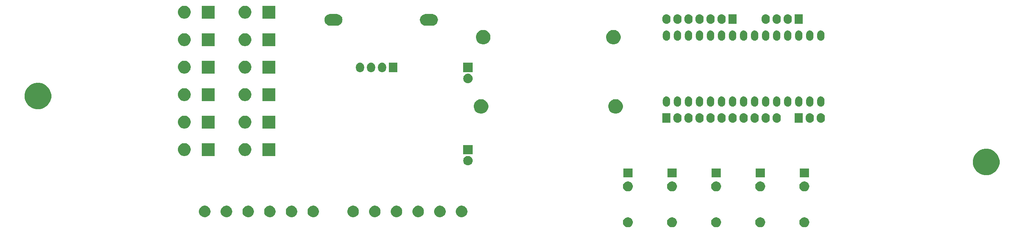
<source format=gbs>
G04 #@! TF.GenerationSoftware,KiCad,Pcbnew,5.0.0-rc2*
G04 #@! TF.CreationDate,2019-08-13T00:47:33-04:00*
G04 #@! TF.ProjectId,pcb,7063622E6B696361645F706362000000,rev?*
G04 #@! TF.SameCoordinates,Original*
G04 #@! TF.FileFunction,Soldermask,Bot*
G04 #@! TF.FilePolarity,Negative*
%FSLAX46Y46*%
G04 Gerber Fmt 4.6, Leading zero omitted, Abs format (unit mm)*
G04 Created by KiCad (PCBNEW 5.0.0-rc2) date Tue Aug 13 00:47:33 2019*
%MOMM*%
%LPD*%
G01*
G04 APERTURE LIST*
%ADD10C,0.100000*%
G04 APERTURE END LIST*
D10*
G36*
X204802877Y-82692655D02*
X205010559Y-82778680D01*
X205010561Y-82778681D01*
X205197473Y-82903572D01*
X205356428Y-83062527D01*
X205481319Y-83249439D01*
X205567345Y-83457124D01*
X205611200Y-83677602D01*
X205611200Y-83902398D01*
X205567345Y-84122876D01*
X205481319Y-84330561D01*
X205356428Y-84517473D01*
X205197473Y-84676428D01*
X205010561Y-84801319D01*
X205010560Y-84801320D01*
X205010559Y-84801320D01*
X204802877Y-84887345D01*
X204582399Y-84931200D01*
X204357601Y-84931200D01*
X204137123Y-84887345D01*
X203929441Y-84801320D01*
X203929440Y-84801320D01*
X203929439Y-84801319D01*
X203742527Y-84676428D01*
X203583572Y-84517473D01*
X203458681Y-84330561D01*
X203372655Y-84122876D01*
X203328800Y-83902398D01*
X203328800Y-83677602D01*
X203372655Y-83457124D01*
X203458681Y-83249439D01*
X203583572Y-83062527D01*
X203742527Y-82903572D01*
X203929439Y-82778681D01*
X203929441Y-82778680D01*
X204137123Y-82692655D01*
X204357601Y-82648800D01*
X204582399Y-82648800D01*
X204802877Y-82692655D01*
X204802877Y-82692655D01*
G37*
G36*
X164162877Y-82692655D02*
X164370559Y-82778680D01*
X164370561Y-82778681D01*
X164557473Y-82903572D01*
X164716428Y-83062527D01*
X164841319Y-83249439D01*
X164927345Y-83457124D01*
X164971200Y-83677602D01*
X164971200Y-83902398D01*
X164927345Y-84122876D01*
X164841319Y-84330561D01*
X164716428Y-84517473D01*
X164557473Y-84676428D01*
X164370561Y-84801319D01*
X164370560Y-84801320D01*
X164370559Y-84801320D01*
X164162877Y-84887345D01*
X163942399Y-84931200D01*
X163717601Y-84931200D01*
X163497123Y-84887345D01*
X163289441Y-84801320D01*
X163289440Y-84801320D01*
X163289439Y-84801319D01*
X163102527Y-84676428D01*
X162943572Y-84517473D01*
X162818681Y-84330561D01*
X162732655Y-84122876D01*
X162688800Y-83902398D01*
X162688800Y-83677602D01*
X162732655Y-83457124D01*
X162818681Y-83249439D01*
X162943572Y-83062527D01*
X163102527Y-82903572D01*
X163289439Y-82778681D01*
X163289441Y-82778680D01*
X163497123Y-82692655D01*
X163717601Y-82648800D01*
X163942399Y-82648800D01*
X164162877Y-82692655D01*
X164162877Y-82692655D01*
G37*
G36*
X174322877Y-82692655D02*
X174530559Y-82778680D01*
X174530561Y-82778681D01*
X174717473Y-82903572D01*
X174876428Y-83062527D01*
X175001319Y-83249439D01*
X175087345Y-83457124D01*
X175131200Y-83677602D01*
X175131200Y-83902398D01*
X175087345Y-84122876D01*
X175001319Y-84330561D01*
X174876428Y-84517473D01*
X174717473Y-84676428D01*
X174530561Y-84801319D01*
X174530560Y-84801320D01*
X174530559Y-84801320D01*
X174322877Y-84887345D01*
X174102399Y-84931200D01*
X173877601Y-84931200D01*
X173657123Y-84887345D01*
X173449441Y-84801320D01*
X173449440Y-84801320D01*
X173449439Y-84801319D01*
X173262527Y-84676428D01*
X173103572Y-84517473D01*
X172978681Y-84330561D01*
X172892655Y-84122876D01*
X172848800Y-83902398D01*
X172848800Y-83677602D01*
X172892655Y-83457124D01*
X172978681Y-83249439D01*
X173103572Y-83062527D01*
X173262527Y-82903572D01*
X173449439Y-82778681D01*
X173449441Y-82778680D01*
X173657123Y-82692655D01*
X173877601Y-82648800D01*
X174102399Y-82648800D01*
X174322877Y-82692655D01*
X174322877Y-82692655D01*
G37*
G36*
X184482877Y-82692655D02*
X184690559Y-82778680D01*
X184690561Y-82778681D01*
X184877473Y-82903572D01*
X185036428Y-83062527D01*
X185161319Y-83249439D01*
X185247345Y-83457124D01*
X185291200Y-83677602D01*
X185291200Y-83902398D01*
X185247345Y-84122876D01*
X185161319Y-84330561D01*
X185036428Y-84517473D01*
X184877473Y-84676428D01*
X184690561Y-84801319D01*
X184690560Y-84801320D01*
X184690559Y-84801320D01*
X184482877Y-84887345D01*
X184262399Y-84931200D01*
X184037601Y-84931200D01*
X183817123Y-84887345D01*
X183609441Y-84801320D01*
X183609440Y-84801320D01*
X183609439Y-84801319D01*
X183422527Y-84676428D01*
X183263572Y-84517473D01*
X183138681Y-84330561D01*
X183052655Y-84122876D01*
X183008800Y-83902398D01*
X183008800Y-83677602D01*
X183052655Y-83457124D01*
X183138681Y-83249439D01*
X183263572Y-83062527D01*
X183422527Y-82903572D01*
X183609439Y-82778681D01*
X183609441Y-82778680D01*
X183817123Y-82692655D01*
X184037601Y-82648800D01*
X184262399Y-82648800D01*
X184482877Y-82692655D01*
X184482877Y-82692655D01*
G37*
G36*
X194642877Y-82692655D02*
X194850559Y-82778680D01*
X194850561Y-82778681D01*
X195037473Y-82903572D01*
X195196428Y-83062527D01*
X195321319Y-83249439D01*
X195407345Y-83457124D01*
X195451200Y-83677602D01*
X195451200Y-83902398D01*
X195407345Y-84122876D01*
X195321319Y-84330561D01*
X195196428Y-84517473D01*
X195037473Y-84676428D01*
X194850561Y-84801319D01*
X194850560Y-84801320D01*
X194850559Y-84801320D01*
X194642877Y-84887345D01*
X194422399Y-84931200D01*
X194197601Y-84931200D01*
X193977123Y-84887345D01*
X193769441Y-84801320D01*
X193769440Y-84801320D01*
X193769439Y-84801319D01*
X193582527Y-84676428D01*
X193423572Y-84517473D01*
X193298681Y-84330561D01*
X193212655Y-84122876D01*
X193168800Y-83902398D01*
X193168800Y-83677602D01*
X193212655Y-83457124D01*
X193298681Y-83249439D01*
X193423572Y-83062527D01*
X193582527Y-82903572D01*
X193769439Y-82778681D01*
X193769441Y-82778680D01*
X193977123Y-82692655D01*
X194197601Y-82648800D01*
X194422399Y-82648800D01*
X194642877Y-82692655D01*
X194642877Y-82692655D01*
G37*
G36*
X125916840Y-80004765D02*
X126158189Y-80104735D01*
X126375405Y-80249874D01*
X126560126Y-80434595D01*
X126705265Y-80651811D01*
X126805235Y-80893160D01*
X126856200Y-81149381D01*
X126856200Y-81410619D01*
X126805235Y-81666840D01*
X126705265Y-81908189D01*
X126560126Y-82125405D01*
X126375405Y-82310126D01*
X126158189Y-82455265D01*
X125916840Y-82555235D01*
X125660619Y-82606200D01*
X125399381Y-82606200D01*
X125143160Y-82555235D01*
X124901811Y-82455265D01*
X124684595Y-82310126D01*
X124499874Y-82125405D01*
X124354735Y-81908189D01*
X124254765Y-81666840D01*
X124203800Y-81410619D01*
X124203800Y-81149381D01*
X124254765Y-80893160D01*
X124354735Y-80651811D01*
X124499874Y-80434595D01*
X124684595Y-80249874D01*
X124901811Y-80104735D01*
X125143160Y-80004765D01*
X125399381Y-79953800D01*
X125660619Y-79953800D01*
X125916840Y-80004765D01*
X125916840Y-80004765D01*
G37*
G36*
X120916840Y-80004765D02*
X121158189Y-80104735D01*
X121375405Y-80249874D01*
X121560126Y-80434595D01*
X121705265Y-80651811D01*
X121805235Y-80893160D01*
X121856200Y-81149381D01*
X121856200Y-81410619D01*
X121805235Y-81666840D01*
X121705265Y-81908189D01*
X121560126Y-82125405D01*
X121375405Y-82310126D01*
X121158189Y-82455265D01*
X120916840Y-82555235D01*
X120660619Y-82606200D01*
X120399381Y-82606200D01*
X120143160Y-82555235D01*
X119901811Y-82455265D01*
X119684595Y-82310126D01*
X119499874Y-82125405D01*
X119354735Y-81908189D01*
X119254765Y-81666840D01*
X119203800Y-81410619D01*
X119203800Y-81149381D01*
X119254765Y-80893160D01*
X119354735Y-80651811D01*
X119499874Y-80434595D01*
X119684595Y-80249874D01*
X119901811Y-80104735D01*
X120143160Y-80004765D01*
X120399381Y-79953800D01*
X120660619Y-79953800D01*
X120916840Y-80004765D01*
X120916840Y-80004765D01*
G37*
G36*
X115916840Y-80004765D02*
X116158189Y-80104735D01*
X116375405Y-80249874D01*
X116560126Y-80434595D01*
X116705265Y-80651811D01*
X116805235Y-80893160D01*
X116856200Y-81149381D01*
X116856200Y-81410619D01*
X116805235Y-81666840D01*
X116705265Y-81908189D01*
X116560126Y-82125405D01*
X116375405Y-82310126D01*
X116158189Y-82455265D01*
X115916840Y-82555235D01*
X115660619Y-82606200D01*
X115399381Y-82606200D01*
X115143160Y-82555235D01*
X114901811Y-82455265D01*
X114684595Y-82310126D01*
X114499874Y-82125405D01*
X114354735Y-81908189D01*
X114254765Y-81666840D01*
X114203800Y-81410619D01*
X114203800Y-81149381D01*
X114254765Y-80893160D01*
X114354735Y-80651811D01*
X114499874Y-80434595D01*
X114684595Y-80249874D01*
X114901811Y-80104735D01*
X115143160Y-80004765D01*
X115399381Y-79953800D01*
X115660619Y-79953800D01*
X115916840Y-80004765D01*
X115916840Y-80004765D01*
G37*
G36*
X105916840Y-80004765D02*
X106158189Y-80104735D01*
X106375405Y-80249874D01*
X106560126Y-80434595D01*
X106705265Y-80651811D01*
X106805235Y-80893160D01*
X106856200Y-81149381D01*
X106856200Y-81410619D01*
X106805235Y-81666840D01*
X106705265Y-81908189D01*
X106560126Y-82125405D01*
X106375405Y-82310126D01*
X106158189Y-82455265D01*
X105916840Y-82555235D01*
X105660619Y-82606200D01*
X105399381Y-82606200D01*
X105143160Y-82555235D01*
X104901811Y-82455265D01*
X104684595Y-82310126D01*
X104499874Y-82125405D01*
X104354735Y-81908189D01*
X104254765Y-81666840D01*
X104203800Y-81410619D01*
X104203800Y-81149381D01*
X104254765Y-80893160D01*
X104354735Y-80651811D01*
X104499874Y-80434595D01*
X104684595Y-80249874D01*
X104901811Y-80104735D01*
X105143160Y-80004765D01*
X105399381Y-79953800D01*
X105660619Y-79953800D01*
X105916840Y-80004765D01*
X105916840Y-80004765D01*
G37*
G36*
X100916840Y-80004765D02*
X101158189Y-80104735D01*
X101375405Y-80249874D01*
X101560126Y-80434595D01*
X101705265Y-80651811D01*
X101805235Y-80893160D01*
X101856200Y-81149381D01*
X101856200Y-81410619D01*
X101805235Y-81666840D01*
X101705265Y-81908189D01*
X101560126Y-82125405D01*
X101375405Y-82310126D01*
X101158189Y-82455265D01*
X100916840Y-82555235D01*
X100660619Y-82606200D01*
X100399381Y-82606200D01*
X100143160Y-82555235D01*
X99901811Y-82455265D01*
X99684595Y-82310126D01*
X99499874Y-82125405D01*
X99354735Y-81908189D01*
X99254765Y-81666840D01*
X99203800Y-81410619D01*
X99203800Y-81149381D01*
X99254765Y-80893160D01*
X99354735Y-80651811D01*
X99499874Y-80434595D01*
X99684595Y-80249874D01*
X99901811Y-80104735D01*
X100143160Y-80004765D01*
X100399381Y-79953800D01*
X100660619Y-79953800D01*
X100916840Y-80004765D01*
X100916840Y-80004765D01*
G37*
G36*
X66746840Y-80004765D02*
X66988189Y-80104735D01*
X67205405Y-80249874D01*
X67390126Y-80434595D01*
X67535265Y-80651811D01*
X67635235Y-80893160D01*
X67686200Y-81149381D01*
X67686200Y-81410619D01*
X67635235Y-81666840D01*
X67535265Y-81908189D01*
X67390126Y-82125405D01*
X67205405Y-82310126D01*
X66988189Y-82455265D01*
X66746840Y-82555235D01*
X66490619Y-82606200D01*
X66229381Y-82606200D01*
X65973160Y-82555235D01*
X65731811Y-82455265D01*
X65514595Y-82310126D01*
X65329874Y-82125405D01*
X65184735Y-81908189D01*
X65084765Y-81666840D01*
X65033800Y-81410619D01*
X65033800Y-81149381D01*
X65084765Y-80893160D01*
X65184735Y-80651811D01*
X65329874Y-80434595D01*
X65514595Y-80249874D01*
X65731811Y-80104735D01*
X65973160Y-80004765D01*
X66229381Y-79953800D01*
X66490619Y-79953800D01*
X66746840Y-80004765D01*
X66746840Y-80004765D01*
G37*
G36*
X76746840Y-80004765D02*
X76988189Y-80104735D01*
X77205405Y-80249874D01*
X77390126Y-80434595D01*
X77535265Y-80651811D01*
X77635235Y-80893160D01*
X77686200Y-81149381D01*
X77686200Y-81410619D01*
X77635235Y-81666840D01*
X77535265Y-81908189D01*
X77390126Y-82125405D01*
X77205405Y-82310126D01*
X76988189Y-82455265D01*
X76746840Y-82555235D01*
X76490619Y-82606200D01*
X76229381Y-82606200D01*
X75973160Y-82555235D01*
X75731811Y-82455265D01*
X75514595Y-82310126D01*
X75329874Y-82125405D01*
X75184735Y-81908189D01*
X75084765Y-81666840D01*
X75033800Y-81410619D01*
X75033800Y-81149381D01*
X75084765Y-80893160D01*
X75184735Y-80651811D01*
X75329874Y-80434595D01*
X75514595Y-80249874D01*
X75731811Y-80104735D01*
X75973160Y-80004765D01*
X76229381Y-79953800D01*
X76490619Y-79953800D01*
X76746840Y-80004765D01*
X76746840Y-80004765D01*
G37*
G36*
X81746840Y-80004765D02*
X81988189Y-80104735D01*
X82205405Y-80249874D01*
X82390126Y-80434595D01*
X82535265Y-80651811D01*
X82635235Y-80893160D01*
X82686200Y-81149381D01*
X82686200Y-81410619D01*
X82635235Y-81666840D01*
X82535265Y-81908189D01*
X82390126Y-82125405D01*
X82205405Y-82310126D01*
X81988189Y-82455265D01*
X81746840Y-82555235D01*
X81490619Y-82606200D01*
X81229381Y-82606200D01*
X80973160Y-82555235D01*
X80731811Y-82455265D01*
X80514595Y-82310126D01*
X80329874Y-82125405D01*
X80184735Y-81908189D01*
X80084765Y-81666840D01*
X80033800Y-81410619D01*
X80033800Y-81149381D01*
X80084765Y-80893160D01*
X80184735Y-80651811D01*
X80329874Y-80434595D01*
X80514595Y-80249874D01*
X80731811Y-80104735D01*
X80973160Y-80004765D01*
X81229381Y-79953800D01*
X81490619Y-79953800D01*
X81746840Y-80004765D01*
X81746840Y-80004765D01*
G37*
G36*
X91746840Y-80004765D02*
X91988189Y-80104735D01*
X92205405Y-80249874D01*
X92390126Y-80434595D01*
X92535265Y-80651811D01*
X92635235Y-80893160D01*
X92686200Y-81149381D01*
X92686200Y-81410619D01*
X92635235Y-81666840D01*
X92535265Y-81908189D01*
X92390126Y-82125405D01*
X92205405Y-82310126D01*
X91988189Y-82455265D01*
X91746840Y-82555235D01*
X91490619Y-82606200D01*
X91229381Y-82606200D01*
X90973160Y-82555235D01*
X90731811Y-82455265D01*
X90514595Y-82310126D01*
X90329874Y-82125405D01*
X90184735Y-81908189D01*
X90084765Y-81666840D01*
X90033800Y-81410619D01*
X90033800Y-81149381D01*
X90084765Y-80893160D01*
X90184735Y-80651811D01*
X90329874Y-80434595D01*
X90514595Y-80249874D01*
X90731811Y-80104735D01*
X90973160Y-80004765D01*
X91229381Y-79953800D01*
X91490619Y-79953800D01*
X91746840Y-80004765D01*
X91746840Y-80004765D01*
G37*
G36*
X86746840Y-80004765D02*
X86988189Y-80104735D01*
X87205405Y-80249874D01*
X87390126Y-80434595D01*
X87535265Y-80651811D01*
X87635235Y-80893160D01*
X87686200Y-81149381D01*
X87686200Y-81410619D01*
X87635235Y-81666840D01*
X87535265Y-81908189D01*
X87390126Y-82125405D01*
X87205405Y-82310126D01*
X86988189Y-82455265D01*
X86746840Y-82555235D01*
X86490619Y-82606200D01*
X86229381Y-82606200D01*
X85973160Y-82555235D01*
X85731811Y-82455265D01*
X85514595Y-82310126D01*
X85329874Y-82125405D01*
X85184735Y-81908189D01*
X85084765Y-81666840D01*
X85033800Y-81410619D01*
X85033800Y-81149381D01*
X85084765Y-80893160D01*
X85184735Y-80651811D01*
X85329874Y-80434595D01*
X85514595Y-80249874D01*
X85731811Y-80104735D01*
X85973160Y-80004765D01*
X86229381Y-79953800D01*
X86490619Y-79953800D01*
X86746840Y-80004765D01*
X86746840Y-80004765D01*
G37*
G36*
X110916840Y-80004765D02*
X111158189Y-80104735D01*
X111375405Y-80249874D01*
X111560126Y-80434595D01*
X111705265Y-80651811D01*
X111805235Y-80893160D01*
X111856200Y-81149381D01*
X111856200Y-81410619D01*
X111805235Y-81666840D01*
X111705265Y-81908189D01*
X111560126Y-82125405D01*
X111375405Y-82310126D01*
X111158189Y-82455265D01*
X110916840Y-82555235D01*
X110660619Y-82606200D01*
X110399381Y-82606200D01*
X110143160Y-82555235D01*
X109901811Y-82455265D01*
X109684595Y-82310126D01*
X109499874Y-82125405D01*
X109354735Y-81908189D01*
X109254765Y-81666840D01*
X109203800Y-81410619D01*
X109203800Y-81149381D01*
X109254765Y-80893160D01*
X109354735Y-80651811D01*
X109499874Y-80434595D01*
X109684595Y-80249874D01*
X109901811Y-80104735D01*
X110143160Y-80004765D01*
X110399381Y-79953800D01*
X110660619Y-79953800D01*
X110916840Y-80004765D01*
X110916840Y-80004765D01*
G37*
G36*
X71746840Y-80004765D02*
X71988189Y-80104735D01*
X72205405Y-80249874D01*
X72390126Y-80434595D01*
X72535265Y-80651811D01*
X72635235Y-80893160D01*
X72686200Y-81149381D01*
X72686200Y-81410619D01*
X72635235Y-81666840D01*
X72535265Y-81908189D01*
X72390126Y-82125405D01*
X72205405Y-82310126D01*
X71988189Y-82455265D01*
X71746840Y-82555235D01*
X71490619Y-82606200D01*
X71229381Y-82606200D01*
X70973160Y-82555235D01*
X70731811Y-82455265D01*
X70514595Y-82310126D01*
X70329874Y-82125405D01*
X70184735Y-81908189D01*
X70084765Y-81666840D01*
X70033800Y-81410619D01*
X70033800Y-81149381D01*
X70084765Y-80893160D01*
X70184735Y-80651811D01*
X70329874Y-80434595D01*
X70514595Y-80249874D01*
X70731811Y-80104735D01*
X70973160Y-80004765D01*
X71229381Y-79953800D01*
X71490619Y-79953800D01*
X71746840Y-80004765D01*
X71746840Y-80004765D01*
G37*
G36*
X164162877Y-74392655D02*
X164370559Y-74478680D01*
X164370561Y-74478681D01*
X164557473Y-74603572D01*
X164716428Y-74762527D01*
X164841319Y-74949439D01*
X164927345Y-75157124D01*
X164971200Y-75377602D01*
X164971200Y-75602398D01*
X164927345Y-75822876D01*
X164841319Y-76030561D01*
X164716428Y-76217473D01*
X164557473Y-76376428D01*
X164370561Y-76501319D01*
X164370560Y-76501320D01*
X164370559Y-76501320D01*
X164162877Y-76587345D01*
X163942399Y-76631200D01*
X163717601Y-76631200D01*
X163497123Y-76587345D01*
X163289441Y-76501320D01*
X163289440Y-76501320D01*
X163289439Y-76501319D01*
X163102527Y-76376428D01*
X162943572Y-76217473D01*
X162818681Y-76030561D01*
X162732655Y-75822876D01*
X162688800Y-75602398D01*
X162688800Y-75377602D01*
X162732655Y-75157124D01*
X162818681Y-74949439D01*
X162943572Y-74762527D01*
X163102527Y-74603572D01*
X163289439Y-74478681D01*
X163289441Y-74478680D01*
X163497123Y-74392655D01*
X163717601Y-74348800D01*
X163942399Y-74348800D01*
X164162877Y-74392655D01*
X164162877Y-74392655D01*
G37*
G36*
X174322877Y-74392655D02*
X174530559Y-74478680D01*
X174530561Y-74478681D01*
X174717473Y-74603572D01*
X174876428Y-74762527D01*
X175001319Y-74949439D01*
X175087345Y-75157124D01*
X175131200Y-75377602D01*
X175131200Y-75602398D01*
X175087345Y-75822876D01*
X175001319Y-76030561D01*
X174876428Y-76217473D01*
X174717473Y-76376428D01*
X174530561Y-76501319D01*
X174530560Y-76501320D01*
X174530559Y-76501320D01*
X174322877Y-76587345D01*
X174102399Y-76631200D01*
X173877601Y-76631200D01*
X173657123Y-76587345D01*
X173449441Y-76501320D01*
X173449440Y-76501320D01*
X173449439Y-76501319D01*
X173262527Y-76376428D01*
X173103572Y-76217473D01*
X172978681Y-76030561D01*
X172892655Y-75822876D01*
X172848800Y-75602398D01*
X172848800Y-75377602D01*
X172892655Y-75157124D01*
X172978681Y-74949439D01*
X173103572Y-74762527D01*
X173262527Y-74603572D01*
X173449439Y-74478681D01*
X173449441Y-74478680D01*
X173657123Y-74392655D01*
X173877601Y-74348800D01*
X174102399Y-74348800D01*
X174322877Y-74392655D01*
X174322877Y-74392655D01*
G37*
G36*
X204802877Y-74392655D02*
X205010559Y-74478680D01*
X205010561Y-74478681D01*
X205197473Y-74603572D01*
X205356428Y-74762527D01*
X205481319Y-74949439D01*
X205567345Y-75157124D01*
X205611200Y-75377602D01*
X205611200Y-75602398D01*
X205567345Y-75822876D01*
X205481319Y-76030561D01*
X205356428Y-76217473D01*
X205197473Y-76376428D01*
X205010561Y-76501319D01*
X205010560Y-76501320D01*
X205010559Y-76501320D01*
X204802877Y-76587345D01*
X204582399Y-76631200D01*
X204357601Y-76631200D01*
X204137123Y-76587345D01*
X203929441Y-76501320D01*
X203929440Y-76501320D01*
X203929439Y-76501319D01*
X203742527Y-76376428D01*
X203583572Y-76217473D01*
X203458681Y-76030561D01*
X203372655Y-75822876D01*
X203328800Y-75602398D01*
X203328800Y-75377602D01*
X203372655Y-75157124D01*
X203458681Y-74949439D01*
X203583572Y-74762527D01*
X203742527Y-74603572D01*
X203929439Y-74478681D01*
X203929441Y-74478680D01*
X204137123Y-74392655D01*
X204357601Y-74348800D01*
X204582399Y-74348800D01*
X204802877Y-74392655D01*
X204802877Y-74392655D01*
G37*
G36*
X194642877Y-74392655D02*
X194850559Y-74478680D01*
X194850561Y-74478681D01*
X195037473Y-74603572D01*
X195196428Y-74762527D01*
X195321319Y-74949439D01*
X195407345Y-75157124D01*
X195451200Y-75377602D01*
X195451200Y-75602398D01*
X195407345Y-75822876D01*
X195321319Y-76030561D01*
X195196428Y-76217473D01*
X195037473Y-76376428D01*
X194850561Y-76501319D01*
X194850560Y-76501320D01*
X194850559Y-76501320D01*
X194642877Y-76587345D01*
X194422399Y-76631200D01*
X194197601Y-76631200D01*
X193977123Y-76587345D01*
X193769441Y-76501320D01*
X193769440Y-76501320D01*
X193769439Y-76501319D01*
X193582527Y-76376428D01*
X193423572Y-76217473D01*
X193298681Y-76030561D01*
X193212655Y-75822876D01*
X193168800Y-75602398D01*
X193168800Y-75377602D01*
X193212655Y-75157124D01*
X193298681Y-74949439D01*
X193423572Y-74762527D01*
X193582527Y-74603572D01*
X193769439Y-74478681D01*
X193769441Y-74478680D01*
X193977123Y-74392655D01*
X194197601Y-74348800D01*
X194422399Y-74348800D01*
X194642877Y-74392655D01*
X194642877Y-74392655D01*
G37*
G36*
X184482877Y-74392655D02*
X184690559Y-74478680D01*
X184690561Y-74478681D01*
X184877473Y-74603572D01*
X185036428Y-74762527D01*
X185161319Y-74949439D01*
X185247345Y-75157124D01*
X185291200Y-75377602D01*
X185291200Y-75602398D01*
X185247345Y-75822876D01*
X185161319Y-76030561D01*
X185036428Y-76217473D01*
X184877473Y-76376428D01*
X184690561Y-76501319D01*
X184690560Y-76501320D01*
X184690559Y-76501320D01*
X184482877Y-76587345D01*
X184262399Y-76631200D01*
X184037601Y-76631200D01*
X183817123Y-76587345D01*
X183609441Y-76501320D01*
X183609440Y-76501320D01*
X183609439Y-76501319D01*
X183422527Y-76376428D01*
X183263572Y-76217473D01*
X183138681Y-76030561D01*
X183052655Y-75822876D01*
X183008800Y-75602398D01*
X183008800Y-75377602D01*
X183052655Y-75157124D01*
X183138681Y-74949439D01*
X183263572Y-74762527D01*
X183422527Y-74603572D01*
X183609439Y-74478681D01*
X183609441Y-74478680D01*
X183817123Y-74392655D01*
X184037601Y-74348800D01*
X184262399Y-74348800D01*
X184482877Y-74392655D01*
X184482877Y-74392655D01*
G37*
G36*
X164871200Y-73381200D02*
X162788800Y-73381200D01*
X162788800Y-71398800D01*
X164871200Y-71398800D01*
X164871200Y-73381200D01*
X164871200Y-73381200D01*
G37*
G36*
X175031200Y-73381200D02*
X172948800Y-73381200D01*
X172948800Y-71398800D01*
X175031200Y-71398800D01*
X175031200Y-73381200D01*
X175031200Y-73381200D01*
G37*
G36*
X185191200Y-73381200D02*
X183108800Y-73381200D01*
X183108800Y-71398800D01*
X185191200Y-71398800D01*
X185191200Y-73381200D01*
X185191200Y-73381200D01*
G37*
G36*
X195351200Y-73381200D02*
X193268800Y-73381200D01*
X193268800Y-71398800D01*
X195351200Y-71398800D01*
X195351200Y-73381200D01*
X195351200Y-73381200D01*
G37*
G36*
X205511200Y-73381200D02*
X203428800Y-73381200D01*
X203428800Y-71398800D01*
X205511200Y-71398800D01*
X205511200Y-73381200D01*
X205511200Y-73381200D01*
G37*
G36*
X247277296Y-66892017D02*
X247829851Y-67120893D01*
X247837127Y-67123907D01*
X248340963Y-67460560D01*
X248769440Y-67889037D01*
X248925195Y-68122140D01*
X249106094Y-68392875D01*
X249337983Y-68952704D01*
X249456200Y-69547021D01*
X249456200Y-70152979D01*
X249337983Y-70747296D01*
X249106094Y-71307125D01*
X249106093Y-71307127D01*
X248769440Y-71810963D01*
X248340963Y-72239440D01*
X247837127Y-72576093D01*
X247837126Y-72576094D01*
X247837125Y-72576094D01*
X247277296Y-72807983D01*
X246682979Y-72926200D01*
X246077021Y-72926200D01*
X245482704Y-72807983D01*
X244922875Y-72576094D01*
X244922874Y-72576094D01*
X244922873Y-72576093D01*
X244419037Y-72239440D01*
X243990560Y-71810963D01*
X243653907Y-71307127D01*
X243653906Y-71307125D01*
X243422017Y-70747296D01*
X243303800Y-70152979D01*
X243303800Y-69547021D01*
X243422017Y-68952704D01*
X243653906Y-68392875D01*
X243834806Y-68122140D01*
X243990560Y-67889037D01*
X244419037Y-67460560D01*
X244922873Y-67123907D01*
X244930149Y-67120893D01*
X245482704Y-66892017D01*
X246077021Y-66773800D01*
X246682979Y-66773800D01*
X247277296Y-66892017D01*
X247277296Y-66892017D01*
G37*
G36*
X127214105Y-68463603D02*
X127214108Y-68463604D01*
X127214109Y-68463604D01*
X127419989Y-68526057D01*
X127588032Y-68615878D01*
X127609731Y-68627476D01*
X127776038Y-68763962D01*
X127912524Y-68930269D01*
X127912525Y-68930271D01*
X128013943Y-69120011D01*
X128013943Y-69120012D01*
X128076397Y-69325895D01*
X128097485Y-69540000D01*
X128076397Y-69754105D01*
X128076396Y-69754108D01*
X128076396Y-69754109D01*
X128013943Y-69959989D01*
X127924122Y-70128032D01*
X127912524Y-70149731D01*
X127776038Y-70316038D01*
X127609731Y-70452524D01*
X127609729Y-70452525D01*
X127419989Y-70553943D01*
X127214109Y-70616396D01*
X127214108Y-70616396D01*
X127214105Y-70616397D01*
X127053654Y-70632200D01*
X126946346Y-70632200D01*
X126785895Y-70616397D01*
X126785892Y-70616396D01*
X126785891Y-70616396D01*
X126580011Y-70553943D01*
X126390271Y-70452525D01*
X126390269Y-70452524D01*
X126223962Y-70316038D01*
X126087476Y-70149731D01*
X126075878Y-70128032D01*
X125986057Y-69959989D01*
X125923604Y-69754109D01*
X125923604Y-69754108D01*
X125923603Y-69754105D01*
X125902515Y-69540000D01*
X125923603Y-69325895D01*
X125986057Y-69120012D01*
X125986057Y-69120011D01*
X126087475Y-68930271D01*
X126087476Y-68930269D01*
X126223962Y-68763962D01*
X126390269Y-68627476D01*
X126411968Y-68615878D01*
X126580011Y-68526057D01*
X126785891Y-68463604D01*
X126785892Y-68463604D01*
X126785895Y-68463603D01*
X126946346Y-68447800D01*
X127053654Y-68447800D01*
X127214105Y-68463603D01*
X127214105Y-68463603D01*
G37*
G36*
X76060993Y-65556029D02*
X76329641Y-65667307D01*
X76329643Y-65667308D01*
X76571423Y-65828860D01*
X76777039Y-66034476D01*
X76938593Y-66276259D01*
X77049871Y-66544907D01*
X77106600Y-66830107D01*
X77106600Y-67120893D01*
X77049871Y-67406093D01*
X76938593Y-67674741D01*
X76938592Y-67674743D01*
X76777040Y-67916523D01*
X76571423Y-68122140D01*
X76329643Y-68283692D01*
X76329642Y-68283693D01*
X76329641Y-68283693D01*
X76060993Y-68394971D01*
X75775793Y-68451700D01*
X75485007Y-68451700D01*
X75199807Y-68394971D01*
X74931159Y-68283693D01*
X74931158Y-68283693D01*
X74931157Y-68283692D01*
X74689377Y-68122140D01*
X74483760Y-67916523D01*
X74322208Y-67674743D01*
X74322207Y-67674741D01*
X74210929Y-67406093D01*
X74154200Y-67120893D01*
X74154200Y-66830107D01*
X74210929Y-66544907D01*
X74322207Y-66276259D01*
X74483761Y-66034476D01*
X74689377Y-65828860D01*
X74931157Y-65667308D01*
X74931159Y-65667307D01*
X75199807Y-65556029D01*
X75485007Y-65499300D01*
X75775793Y-65499300D01*
X76060993Y-65556029D01*
X76060993Y-65556029D01*
G37*
G36*
X82606600Y-68451700D02*
X79654200Y-68451700D01*
X79654200Y-65499300D01*
X82606600Y-65499300D01*
X82606600Y-68451700D01*
X82606600Y-68451700D01*
G37*
G36*
X62090993Y-65556029D02*
X62359641Y-65667307D01*
X62359643Y-65667308D01*
X62601423Y-65828860D01*
X62807039Y-66034476D01*
X62968593Y-66276259D01*
X63079871Y-66544907D01*
X63136600Y-66830107D01*
X63136600Y-67120893D01*
X63079871Y-67406093D01*
X62968593Y-67674741D01*
X62968592Y-67674743D01*
X62807040Y-67916523D01*
X62601423Y-68122140D01*
X62359643Y-68283692D01*
X62359642Y-68283693D01*
X62359641Y-68283693D01*
X62090993Y-68394971D01*
X61805793Y-68451700D01*
X61515007Y-68451700D01*
X61229807Y-68394971D01*
X60961159Y-68283693D01*
X60961158Y-68283693D01*
X60961157Y-68283692D01*
X60719377Y-68122140D01*
X60513760Y-67916523D01*
X60352208Y-67674743D01*
X60352207Y-67674741D01*
X60240929Y-67406093D01*
X60184200Y-67120893D01*
X60184200Y-66830107D01*
X60240929Y-66544907D01*
X60352207Y-66276259D01*
X60513761Y-66034476D01*
X60719377Y-65828860D01*
X60961157Y-65667308D01*
X60961159Y-65667307D01*
X61229807Y-65556029D01*
X61515007Y-65499300D01*
X61805793Y-65499300D01*
X62090993Y-65556029D01*
X62090993Y-65556029D01*
G37*
G36*
X68636600Y-68451700D02*
X65684200Y-68451700D01*
X65684200Y-65499300D01*
X68636600Y-65499300D01*
X68636600Y-68451700D01*
X68636600Y-68451700D01*
G37*
G36*
X128092200Y-68092200D02*
X125907800Y-68092200D01*
X125907800Y-65907800D01*
X128092200Y-65907800D01*
X128092200Y-68092200D01*
X128092200Y-68092200D01*
G37*
G36*
X62090993Y-59206029D02*
X62359641Y-59317307D01*
X62359643Y-59317308D01*
X62601423Y-59478860D01*
X62807040Y-59684477D01*
X62968592Y-59926257D01*
X63079871Y-60194908D01*
X63136600Y-60480107D01*
X63136600Y-60770893D01*
X63079871Y-61056092D01*
X62968592Y-61324743D01*
X62807040Y-61566523D01*
X62601423Y-61772140D01*
X62359643Y-61933692D01*
X62359642Y-61933693D01*
X62359641Y-61933693D01*
X62090993Y-62044971D01*
X61805793Y-62101700D01*
X61515007Y-62101700D01*
X61229807Y-62044971D01*
X60961159Y-61933693D01*
X60961158Y-61933693D01*
X60961157Y-61933692D01*
X60719377Y-61772140D01*
X60513760Y-61566523D01*
X60352208Y-61324743D01*
X60240929Y-61056092D01*
X60184200Y-60770893D01*
X60184200Y-60480107D01*
X60240929Y-60194908D01*
X60352208Y-59926257D01*
X60513760Y-59684477D01*
X60719377Y-59478860D01*
X60961157Y-59317308D01*
X60961159Y-59317307D01*
X61229807Y-59206029D01*
X61515007Y-59149300D01*
X61805793Y-59149300D01*
X62090993Y-59206029D01*
X62090993Y-59206029D01*
G37*
G36*
X82606600Y-62101700D02*
X79654200Y-62101700D01*
X79654200Y-59149300D01*
X82606600Y-59149300D01*
X82606600Y-62101700D01*
X82606600Y-62101700D01*
G37*
G36*
X76060993Y-59206029D02*
X76329641Y-59317307D01*
X76329643Y-59317308D01*
X76571423Y-59478860D01*
X76777040Y-59684477D01*
X76938592Y-59926257D01*
X77049871Y-60194908D01*
X77106600Y-60480107D01*
X77106600Y-60770893D01*
X77049871Y-61056092D01*
X76938592Y-61324743D01*
X76777040Y-61566523D01*
X76571423Y-61772140D01*
X76329643Y-61933692D01*
X76329642Y-61933693D01*
X76329641Y-61933693D01*
X76060993Y-62044971D01*
X75775793Y-62101700D01*
X75485007Y-62101700D01*
X75199807Y-62044971D01*
X74931159Y-61933693D01*
X74931158Y-61933693D01*
X74931157Y-61933692D01*
X74689377Y-61772140D01*
X74483760Y-61566523D01*
X74322208Y-61324743D01*
X74210929Y-61056092D01*
X74154200Y-60770893D01*
X74154200Y-60480107D01*
X74210929Y-60194908D01*
X74322208Y-59926257D01*
X74483760Y-59684477D01*
X74689377Y-59478860D01*
X74931157Y-59317308D01*
X74931159Y-59317307D01*
X75199807Y-59206029D01*
X75485007Y-59149300D01*
X75775793Y-59149300D01*
X76060993Y-59206029D01*
X76060993Y-59206029D01*
G37*
G36*
X68636600Y-62101700D02*
X65684200Y-62101700D01*
X65684200Y-59149300D01*
X68636600Y-59149300D01*
X68636600Y-62101700D01*
X68636600Y-62101700D01*
G37*
G36*
X205924227Y-58611397D02*
X205924229Y-58611398D01*
X205924232Y-58611398D01*
X206101385Y-58665137D01*
X206254110Y-58746770D01*
X206264652Y-58752405D01*
X206407753Y-58869846D01*
X206525194Y-59012947D01*
X206525195Y-59012949D01*
X206612462Y-59176214D01*
X206666201Y-59353367D01*
X206666201Y-59353368D01*
X206666202Y-59353372D01*
X206679799Y-59491427D01*
X206679800Y-59888573D01*
X206666203Y-60026627D01*
X206666202Y-60026629D01*
X206666202Y-60026632D01*
X206612463Y-60203785D01*
X206530830Y-60356510D01*
X206525195Y-60367052D01*
X206407754Y-60510153D01*
X206264653Y-60627594D01*
X206264651Y-60627595D01*
X206101386Y-60714862D01*
X205924233Y-60768601D01*
X205924230Y-60768601D01*
X205924228Y-60768602D01*
X205740000Y-60786748D01*
X205555773Y-60768603D01*
X205555771Y-60768602D01*
X205555768Y-60768602D01*
X205378615Y-60714863D01*
X205215350Y-60627596D01*
X205215348Y-60627595D01*
X205072247Y-60510154D01*
X204954806Y-60367053D01*
X204949171Y-60356511D01*
X204867538Y-60203786D01*
X204813799Y-60026633D01*
X204813799Y-60026630D01*
X204813798Y-60026628D01*
X204800201Y-59888573D01*
X204800200Y-59491427D01*
X204813797Y-59353373D01*
X204813798Y-59353371D01*
X204813798Y-59353368D01*
X204867537Y-59176215D01*
X204954804Y-59012950D01*
X204954805Y-59012948D01*
X205072246Y-58869847D01*
X205215347Y-58752406D01*
X205225889Y-58746771D01*
X205378614Y-58665138D01*
X205555767Y-58611399D01*
X205555770Y-58611399D01*
X205555772Y-58611398D01*
X205740000Y-58593252D01*
X205924227Y-58611397D01*
X205924227Y-58611397D01*
G37*
G36*
X175444227Y-58611397D02*
X175444229Y-58611398D01*
X175444232Y-58611398D01*
X175621385Y-58665137D01*
X175774110Y-58746770D01*
X175784652Y-58752405D01*
X175927753Y-58869846D01*
X176045194Y-59012947D01*
X176045195Y-59012949D01*
X176132462Y-59176214D01*
X176186201Y-59353367D01*
X176186201Y-59353368D01*
X176186202Y-59353372D01*
X176199799Y-59491427D01*
X176199800Y-59888573D01*
X176186203Y-60026627D01*
X176186202Y-60026629D01*
X176186202Y-60026632D01*
X176132463Y-60203785D01*
X176050830Y-60356510D01*
X176045195Y-60367052D01*
X175927754Y-60510153D01*
X175784653Y-60627594D01*
X175784651Y-60627595D01*
X175621386Y-60714862D01*
X175444233Y-60768601D01*
X175444230Y-60768601D01*
X175444228Y-60768602D01*
X175260000Y-60786748D01*
X175075773Y-60768603D01*
X175075771Y-60768602D01*
X175075768Y-60768602D01*
X174898615Y-60714863D01*
X174735350Y-60627596D01*
X174735348Y-60627595D01*
X174592247Y-60510154D01*
X174474806Y-60367053D01*
X174469171Y-60356511D01*
X174387538Y-60203786D01*
X174333799Y-60026633D01*
X174333799Y-60026630D01*
X174333798Y-60026628D01*
X174320201Y-59888573D01*
X174320200Y-59491427D01*
X174333797Y-59353373D01*
X174333798Y-59353371D01*
X174333798Y-59353368D01*
X174387537Y-59176215D01*
X174474804Y-59012950D01*
X174474805Y-59012948D01*
X174592246Y-58869847D01*
X174735347Y-58752406D01*
X174745889Y-58746771D01*
X174898614Y-58665138D01*
X175075767Y-58611399D01*
X175075770Y-58611399D01*
X175075772Y-58611398D01*
X175260000Y-58593252D01*
X175444227Y-58611397D01*
X175444227Y-58611397D01*
G37*
G36*
X208464227Y-58611397D02*
X208464229Y-58611398D01*
X208464232Y-58611398D01*
X208641385Y-58665137D01*
X208794110Y-58746770D01*
X208804652Y-58752405D01*
X208947753Y-58869846D01*
X209065194Y-59012947D01*
X209065195Y-59012949D01*
X209152462Y-59176214D01*
X209206201Y-59353367D01*
X209206201Y-59353368D01*
X209206202Y-59353372D01*
X209219799Y-59491427D01*
X209219800Y-59888573D01*
X209206203Y-60026627D01*
X209206202Y-60026629D01*
X209206202Y-60026632D01*
X209152463Y-60203785D01*
X209070830Y-60356510D01*
X209065195Y-60367052D01*
X208947754Y-60510153D01*
X208804653Y-60627594D01*
X208804651Y-60627595D01*
X208641386Y-60714862D01*
X208464233Y-60768601D01*
X208464230Y-60768601D01*
X208464228Y-60768602D01*
X208280000Y-60786748D01*
X208095773Y-60768603D01*
X208095771Y-60768602D01*
X208095768Y-60768602D01*
X207918615Y-60714863D01*
X207755350Y-60627596D01*
X207755348Y-60627595D01*
X207612247Y-60510154D01*
X207494806Y-60367053D01*
X207489171Y-60356511D01*
X207407538Y-60203786D01*
X207353799Y-60026633D01*
X207353799Y-60026630D01*
X207353798Y-60026628D01*
X207340201Y-59888573D01*
X207340200Y-59491427D01*
X207353797Y-59353373D01*
X207353798Y-59353371D01*
X207353798Y-59353368D01*
X207407537Y-59176215D01*
X207494804Y-59012950D01*
X207494805Y-59012948D01*
X207612246Y-58869847D01*
X207755347Y-58752406D01*
X207765889Y-58746771D01*
X207918614Y-58665138D01*
X208095767Y-58611399D01*
X208095770Y-58611399D01*
X208095772Y-58611398D01*
X208280000Y-58593252D01*
X208464227Y-58611397D01*
X208464227Y-58611397D01*
G37*
G36*
X177984227Y-58611397D02*
X177984229Y-58611398D01*
X177984232Y-58611398D01*
X178161385Y-58665137D01*
X178314110Y-58746770D01*
X178324652Y-58752405D01*
X178467753Y-58869846D01*
X178585194Y-59012947D01*
X178585195Y-59012949D01*
X178672462Y-59176214D01*
X178726201Y-59353367D01*
X178726201Y-59353368D01*
X178726202Y-59353372D01*
X178739799Y-59491427D01*
X178739800Y-59888573D01*
X178726203Y-60026627D01*
X178726202Y-60026629D01*
X178726202Y-60026632D01*
X178672463Y-60203785D01*
X178590830Y-60356510D01*
X178585195Y-60367052D01*
X178467754Y-60510153D01*
X178324653Y-60627594D01*
X178324651Y-60627595D01*
X178161386Y-60714862D01*
X177984233Y-60768601D01*
X177984230Y-60768601D01*
X177984228Y-60768602D01*
X177800000Y-60786748D01*
X177615773Y-60768603D01*
X177615771Y-60768602D01*
X177615768Y-60768602D01*
X177438615Y-60714863D01*
X177275350Y-60627596D01*
X177275348Y-60627595D01*
X177132247Y-60510154D01*
X177014806Y-60367053D01*
X177009171Y-60356511D01*
X176927538Y-60203786D01*
X176873799Y-60026633D01*
X176873799Y-60026630D01*
X176873798Y-60026628D01*
X176860201Y-59888573D01*
X176860200Y-59491427D01*
X176873797Y-59353373D01*
X176873798Y-59353371D01*
X176873798Y-59353368D01*
X176927537Y-59176215D01*
X177014804Y-59012950D01*
X177014805Y-59012948D01*
X177132246Y-58869847D01*
X177275347Y-58752406D01*
X177285889Y-58746771D01*
X177438614Y-58665138D01*
X177615767Y-58611399D01*
X177615770Y-58611399D01*
X177615772Y-58611398D01*
X177800000Y-58593252D01*
X177984227Y-58611397D01*
X177984227Y-58611397D01*
G37*
G36*
X180524227Y-58611397D02*
X180524229Y-58611398D01*
X180524232Y-58611398D01*
X180701385Y-58665137D01*
X180854110Y-58746770D01*
X180864652Y-58752405D01*
X181007753Y-58869846D01*
X181125194Y-59012947D01*
X181125195Y-59012949D01*
X181212462Y-59176214D01*
X181266201Y-59353367D01*
X181266201Y-59353368D01*
X181266202Y-59353372D01*
X181279799Y-59491427D01*
X181279800Y-59888573D01*
X181266203Y-60026627D01*
X181266202Y-60026629D01*
X181266202Y-60026632D01*
X181212463Y-60203785D01*
X181130830Y-60356510D01*
X181125195Y-60367052D01*
X181007754Y-60510153D01*
X180864653Y-60627594D01*
X180864651Y-60627595D01*
X180701386Y-60714862D01*
X180524233Y-60768601D01*
X180524230Y-60768601D01*
X180524228Y-60768602D01*
X180340000Y-60786748D01*
X180155773Y-60768603D01*
X180155771Y-60768602D01*
X180155768Y-60768602D01*
X179978615Y-60714863D01*
X179815350Y-60627596D01*
X179815348Y-60627595D01*
X179672247Y-60510154D01*
X179554806Y-60367053D01*
X179549171Y-60356511D01*
X179467538Y-60203786D01*
X179413799Y-60026633D01*
X179413799Y-60026630D01*
X179413798Y-60026628D01*
X179400201Y-59888573D01*
X179400200Y-59491427D01*
X179413797Y-59353373D01*
X179413798Y-59353371D01*
X179413798Y-59353368D01*
X179467537Y-59176215D01*
X179554804Y-59012950D01*
X179554805Y-59012948D01*
X179672246Y-58869847D01*
X179815347Y-58752406D01*
X179825889Y-58746771D01*
X179978614Y-58665138D01*
X180155767Y-58611399D01*
X180155770Y-58611399D01*
X180155772Y-58611398D01*
X180340000Y-58593252D01*
X180524227Y-58611397D01*
X180524227Y-58611397D01*
G37*
G36*
X183064227Y-58611397D02*
X183064229Y-58611398D01*
X183064232Y-58611398D01*
X183241385Y-58665137D01*
X183394110Y-58746770D01*
X183404652Y-58752405D01*
X183547753Y-58869846D01*
X183665194Y-59012947D01*
X183665195Y-59012949D01*
X183752462Y-59176214D01*
X183806201Y-59353367D01*
X183806201Y-59353368D01*
X183806202Y-59353372D01*
X183819799Y-59491427D01*
X183819800Y-59888573D01*
X183806203Y-60026627D01*
X183806202Y-60026629D01*
X183806202Y-60026632D01*
X183752463Y-60203785D01*
X183670830Y-60356510D01*
X183665195Y-60367052D01*
X183547754Y-60510153D01*
X183404653Y-60627594D01*
X183404651Y-60627595D01*
X183241386Y-60714862D01*
X183064233Y-60768601D01*
X183064230Y-60768601D01*
X183064228Y-60768602D01*
X182880000Y-60786748D01*
X182695773Y-60768603D01*
X182695771Y-60768602D01*
X182695768Y-60768602D01*
X182518615Y-60714863D01*
X182355350Y-60627596D01*
X182355348Y-60627595D01*
X182212247Y-60510154D01*
X182094806Y-60367053D01*
X182089171Y-60356511D01*
X182007538Y-60203786D01*
X181953799Y-60026633D01*
X181953799Y-60026630D01*
X181953798Y-60026628D01*
X181940201Y-59888573D01*
X181940200Y-59491427D01*
X181953797Y-59353373D01*
X181953798Y-59353371D01*
X181953798Y-59353368D01*
X182007537Y-59176215D01*
X182094804Y-59012950D01*
X182094805Y-59012948D01*
X182212246Y-58869847D01*
X182355347Y-58752406D01*
X182365889Y-58746771D01*
X182518614Y-58665138D01*
X182695767Y-58611399D01*
X182695770Y-58611399D01*
X182695772Y-58611398D01*
X182880000Y-58593252D01*
X183064227Y-58611397D01*
X183064227Y-58611397D01*
G37*
G36*
X188144227Y-58611397D02*
X188144229Y-58611398D01*
X188144232Y-58611398D01*
X188321385Y-58665137D01*
X188474110Y-58746770D01*
X188484652Y-58752405D01*
X188627753Y-58869846D01*
X188745194Y-59012947D01*
X188745195Y-59012949D01*
X188832462Y-59176214D01*
X188886201Y-59353367D01*
X188886201Y-59353368D01*
X188886202Y-59353372D01*
X188899799Y-59491427D01*
X188899800Y-59888573D01*
X188886203Y-60026627D01*
X188886202Y-60026629D01*
X188886202Y-60026632D01*
X188832463Y-60203785D01*
X188750830Y-60356510D01*
X188745195Y-60367052D01*
X188627754Y-60510153D01*
X188484653Y-60627594D01*
X188484651Y-60627595D01*
X188321386Y-60714862D01*
X188144233Y-60768601D01*
X188144230Y-60768601D01*
X188144228Y-60768602D01*
X187960000Y-60786748D01*
X187775773Y-60768603D01*
X187775771Y-60768602D01*
X187775768Y-60768602D01*
X187598615Y-60714863D01*
X187435350Y-60627596D01*
X187435348Y-60627595D01*
X187292247Y-60510154D01*
X187174806Y-60367053D01*
X187169171Y-60356511D01*
X187087538Y-60203786D01*
X187033799Y-60026633D01*
X187033799Y-60026630D01*
X187033798Y-60026628D01*
X187020201Y-59888573D01*
X187020200Y-59491427D01*
X187033797Y-59353373D01*
X187033798Y-59353371D01*
X187033798Y-59353368D01*
X187087537Y-59176215D01*
X187174804Y-59012950D01*
X187174805Y-59012948D01*
X187292246Y-58869847D01*
X187435347Y-58752406D01*
X187445889Y-58746771D01*
X187598614Y-58665138D01*
X187775767Y-58611399D01*
X187775770Y-58611399D01*
X187775772Y-58611398D01*
X187960000Y-58593252D01*
X188144227Y-58611397D01*
X188144227Y-58611397D01*
G37*
G36*
X190684227Y-58611397D02*
X190684229Y-58611398D01*
X190684232Y-58611398D01*
X190861385Y-58665137D01*
X191014110Y-58746770D01*
X191024652Y-58752405D01*
X191167753Y-58869846D01*
X191285194Y-59012947D01*
X191285195Y-59012949D01*
X191372462Y-59176214D01*
X191426201Y-59353367D01*
X191426201Y-59353368D01*
X191426202Y-59353372D01*
X191439799Y-59491427D01*
X191439800Y-59888573D01*
X191426203Y-60026627D01*
X191426202Y-60026629D01*
X191426202Y-60026632D01*
X191372463Y-60203785D01*
X191290830Y-60356510D01*
X191285195Y-60367052D01*
X191167754Y-60510153D01*
X191024653Y-60627594D01*
X191024651Y-60627595D01*
X190861386Y-60714862D01*
X190684233Y-60768601D01*
X190684230Y-60768601D01*
X190684228Y-60768602D01*
X190500000Y-60786748D01*
X190315773Y-60768603D01*
X190315771Y-60768602D01*
X190315768Y-60768602D01*
X190138615Y-60714863D01*
X189975350Y-60627596D01*
X189975348Y-60627595D01*
X189832247Y-60510154D01*
X189714806Y-60367053D01*
X189709171Y-60356511D01*
X189627538Y-60203786D01*
X189573799Y-60026633D01*
X189573799Y-60026630D01*
X189573798Y-60026628D01*
X189560201Y-59888573D01*
X189560200Y-59491427D01*
X189573797Y-59353373D01*
X189573798Y-59353371D01*
X189573798Y-59353368D01*
X189627537Y-59176215D01*
X189714804Y-59012950D01*
X189714805Y-59012948D01*
X189832246Y-58869847D01*
X189975347Y-58752406D01*
X189985889Y-58746771D01*
X190138614Y-58665138D01*
X190315767Y-58611399D01*
X190315770Y-58611399D01*
X190315772Y-58611398D01*
X190500000Y-58593252D01*
X190684227Y-58611397D01*
X190684227Y-58611397D01*
G37*
G36*
X198304227Y-58611397D02*
X198304229Y-58611398D01*
X198304232Y-58611398D01*
X198481385Y-58665137D01*
X198634110Y-58746770D01*
X198644652Y-58752405D01*
X198787753Y-58869846D01*
X198905194Y-59012947D01*
X198905195Y-59012949D01*
X198992462Y-59176214D01*
X199046201Y-59353367D01*
X199046201Y-59353368D01*
X199046202Y-59353372D01*
X199059799Y-59491427D01*
X199059800Y-59888573D01*
X199046203Y-60026627D01*
X199046202Y-60026629D01*
X199046202Y-60026632D01*
X198992463Y-60203785D01*
X198910830Y-60356510D01*
X198905195Y-60367052D01*
X198787754Y-60510153D01*
X198644653Y-60627594D01*
X198644651Y-60627595D01*
X198481386Y-60714862D01*
X198304233Y-60768601D01*
X198304230Y-60768601D01*
X198304228Y-60768602D01*
X198120000Y-60786748D01*
X197935773Y-60768603D01*
X197935771Y-60768602D01*
X197935768Y-60768602D01*
X197758615Y-60714863D01*
X197595350Y-60627596D01*
X197595348Y-60627595D01*
X197452247Y-60510154D01*
X197334806Y-60367053D01*
X197329171Y-60356511D01*
X197247538Y-60203786D01*
X197193799Y-60026633D01*
X197193799Y-60026630D01*
X197193798Y-60026628D01*
X197180201Y-59888573D01*
X197180200Y-59491427D01*
X197193797Y-59353373D01*
X197193798Y-59353371D01*
X197193798Y-59353368D01*
X197247537Y-59176215D01*
X197334804Y-59012950D01*
X197334805Y-59012948D01*
X197452246Y-58869847D01*
X197595347Y-58752406D01*
X197605889Y-58746771D01*
X197758614Y-58665138D01*
X197935767Y-58611399D01*
X197935770Y-58611399D01*
X197935772Y-58611398D01*
X198120000Y-58593252D01*
X198304227Y-58611397D01*
X198304227Y-58611397D01*
G37*
G36*
X193224227Y-58611397D02*
X193224229Y-58611398D01*
X193224232Y-58611398D01*
X193401385Y-58665137D01*
X193554110Y-58746770D01*
X193564652Y-58752405D01*
X193707753Y-58869846D01*
X193825194Y-59012947D01*
X193825195Y-59012949D01*
X193912462Y-59176214D01*
X193966201Y-59353367D01*
X193966201Y-59353368D01*
X193966202Y-59353372D01*
X193979799Y-59491427D01*
X193979800Y-59888573D01*
X193966203Y-60026627D01*
X193966202Y-60026629D01*
X193966202Y-60026632D01*
X193912463Y-60203785D01*
X193830830Y-60356510D01*
X193825195Y-60367052D01*
X193707754Y-60510153D01*
X193564653Y-60627594D01*
X193564651Y-60627595D01*
X193401386Y-60714862D01*
X193224233Y-60768601D01*
X193224230Y-60768601D01*
X193224228Y-60768602D01*
X193040000Y-60786748D01*
X192855773Y-60768603D01*
X192855771Y-60768602D01*
X192855768Y-60768602D01*
X192678615Y-60714863D01*
X192515350Y-60627596D01*
X192515348Y-60627595D01*
X192372247Y-60510154D01*
X192254806Y-60367053D01*
X192249171Y-60356511D01*
X192167538Y-60203786D01*
X192113799Y-60026633D01*
X192113799Y-60026630D01*
X192113798Y-60026628D01*
X192100201Y-59888573D01*
X192100200Y-59491427D01*
X192113797Y-59353373D01*
X192113798Y-59353371D01*
X192113798Y-59353368D01*
X192167537Y-59176215D01*
X192254804Y-59012950D01*
X192254805Y-59012948D01*
X192372246Y-58869847D01*
X192515347Y-58752406D01*
X192525889Y-58746771D01*
X192678614Y-58665138D01*
X192855767Y-58611399D01*
X192855770Y-58611399D01*
X192855772Y-58611398D01*
X193040000Y-58593252D01*
X193224227Y-58611397D01*
X193224227Y-58611397D01*
G37*
G36*
X195764227Y-58611397D02*
X195764229Y-58611398D01*
X195764232Y-58611398D01*
X195941385Y-58665137D01*
X196094110Y-58746770D01*
X196104652Y-58752405D01*
X196247753Y-58869846D01*
X196365194Y-59012947D01*
X196365195Y-59012949D01*
X196452462Y-59176214D01*
X196506201Y-59353367D01*
X196506201Y-59353368D01*
X196506202Y-59353372D01*
X196519799Y-59491427D01*
X196519800Y-59888573D01*
X196506203Y-60026627D01*
X196506202Y-60026629D01*
X196506202Y-60026632D01*
X196452463Y-60203785D01*
X196370830Y-60356510D01*
X196365195Y-60367052D01*
X196247754Y-60510153D01*
X196104653Y-60627594D01*
X196104651Y-60627595D01*
X195941386Y-60714862D01*
X195764233Y-60768601D01*
X195764230Y-60768601D01*
X195764228Y-60768602D01*
X195580000Y-60786748D01*
X195395773Y-60768603D01*
X195395771Y-60768602D01*
X195395768Y-60768602D01*
X195218615Y-60714863D01*
X195055350Y-60627596D01*
X195055348Y-60627595D01*
X194912247Y-60510154D01*
X194794806Y-60367053D01*
X194789171Y-60356511D01*
X194707538Y-60203786D01*
X194653799Y-60026633D01*
X194653799Y-60026630D01*
X194653798Y-60026628D01*
X194640201Y-59888573D01*
X194640200Y-59491427D01*
X194653797Y-59353373D01*
X194653798Y-59353371D01*
X194653798Y-59353368D01*
X194707537Y-59176215D01*
X194794804Y-59012950D01*
X194794805Y-59012948D01*
X194912246Y-58869847D01*
X195055347Y-58752406D01*
X195065889Y-58746771D01*
X195218614Y-58665138D01*
X195395767Y-58611399D01*
X195395770Y-58611399D01*
X195395772Y-58611398D01*
X195580000Y-58593252D01*
X195764227Y-58611397D01*
X195764227Y-58611397D01*
G37*
G36*
X185604227Y-58611397D02*
X185604229Y-58611398D01*
X185604232Y-58611398D01*
X185781385Y-58665137D01*
X185934110Y-58746770D01*
X185944652Y-58752405D01*
X186087753Y-58869846D01*
X186205194Y-59012947D01*
X186205195Y-59012949D01*
X186292462Y-59176214D01*
X186346201Y-59353367D01*
X186346201Y-59353368D01*
X186346202Y-59353372D01*
X186359799Y-59491427D01*
X186359800Y-59888573D01*
X186346203Y-60026627D01*
X186346202Y-60026629D01*
X186346202Y-60026632D01*
X186292463Y-60203785D01*
X186210830Y-60356510D01*
X186205195Y-60367052D01*
X186087754Y-60510153D01*
X185944653Y-60627594D01*
X185944651Y-60627595D01*
X185781386Y-60714862D01*
X185604233Y-60768601D01*
X185604230Y-60768601D01*
X185604228Y-60768602D01*
X185420000Y-60786748D01*
X185235773Y-60768603D01*
X185235771Y-60768602D01*
X185235768Y-60768602D01*
X185058615Y-60714863D01*
X184895350Y-60627596D01*
X184895348Y-60627595D01*
X184752247Y-60510154D01*
X184634806Y-60367053D01*
X184629171Y-60356511D01*
X184547538Y-60203786D01*
X184493799Y-60026633D01*
X184493799Y-60026630D01*
X184493798Y-60026628D01*
X184480201Y-59888573D01*
X184480200Y-59491427D01*
X184493797Y-59353373D01*
X184493798Y-59353371D01*
X184493798Y-59353368D01*
X184547537Y-59176215D01*
X184634804Y-59012950D01*
X184634805Y-59012948D01*
X184752246Y-58869847D01*
X184895347Y-58752406D01*
X184905889Y-58746771D01*
X185058614Y-58665138D01*
X185235767Y-58611399D01*
X185235770Y-58611399D01*
X185235772Y-58611398D01*
X185420000Y-58593252D01*
X185604227Y-58611397D01*
X185604227Y-58611397D01*
G37*
G36*
X204139800Y-60782200D02*
X202260200Y-60782200D01*
X202260200Y-58597800D01*
X204139800Y-58597800D01*
X204139800Y-60782200D01*
X204139800Y-60782200D01*
G37*
G36*
X173659800Y-60782200D02*
X171780200Y-60782200D01*
X171780200Y-58597800D01*
X173659800Y-58597800D01*
X173659800Y-60782200D01*
X173659800Y-60782200D01*
G37*
G36*
X130488931Y-55388216D02*
X130776410Y-55507294D01*
X130793978Y-55514571D01*
X130897426Y-55583693D01*
X131068516Y-55698012D01*
X131301988Y-55931484D01*
X131485430Y-56206024D01*
X131611784Y-56511069D01*
X131676200Y-56834909D01*
X131676200Y-57165091D01*
X131611784Y-57488931D01*
X131530072Y-57686200D01*
X131485429Y-57793978D01*
X131301989Y-58068515D01*
X131068515Y-58301989D01*
X130793978Y-58485429D01*
X130793977Y-58485430D01*
X130793976Y-58485430D01*
X130488931Y-58611784D01*
X130165091Y-58676200D01*
X129834909Y-58676200D01*
X129511069Y-58611784D01*
X129206024Y-58485430D01*
X129206023Y-58485430D01*
X129206022Y-58485429D01*
X128931485Y-58301989D01*
X128698011Y-58068515D01*
X128514571Y-57793978D01*
X128469928Y-57686200D01*
X128388216Y-57488931D01*
X128323800Y-57165091D01*
X128323800Y-56834909D01*
X128388216Y-56511069D01*
X128514570Y-56206024D01*
X128698012Y-55931484D01*
X128931484Y-55698012D01*
X129102574Y-55583693D01*
X129206022Y-55514571D01*
X129223590Y-55507294D01*
X129511069Y-55388216D01*
X129834909Y-55323800D01*
X130165091Y-55323800D01*
X130488931Y-55388216D01*
X130488931Y-55388216D01*
G37*
G36*
X161488931Y-55388216D02*
X161776410Y-55507294D01*
X161793978Y-55514571D01*
X161897426Y-55583693D01*
X162068516Y-55698012D01*
X162301988Y-55931484D01*
X162485430Y-56206024D01*
X162611784Y-56511069D01*
X162676200Y-56834909D01*
X162676200Y-57165091D01*
X162611784Y-57488931D01*
X162530072Y-57686200D01*
X162485429Y-57793978D01*
X162301989Y-58068515D01*
X162068515Y-58301989D01*
X161793978Y-58485429D01*
X161793977Y-58485430D01*
X161793976Y-58485430D01*
X161488931Y-58611784D01*
X161165091Y-58676200D01*
X160834909Y-58676200D01*
X160511069Y-58611784D01*
X160206024Y-58485430D01*
X160206023Y-58485430D01*
X160206022Y-58485429D01*
X159931485Y-58301989D01*
X159698011Y-58068515D01*
X159514571Y-57793978D01*
X159469928Y-57686200D01*
X159388216Y-57488931D01*
X159323800Y-57165091D01*
X159323800Y-56834909D01*
X159388216Y-56511069D01*
X159514570Y-56206024D01*
X159698012Y-55931484D01*
X159931484Y-55698012D01*
X160102574Y-55583693D01*
X160206022Y-55514571D01*
X160223590Y-55507294D01*
X160511069Y-55388216D01*
X160834909Y-55323800D01*
X161165091Y-55323800D01*
X161488931Y-55388216D01*
X161488931Y-55388216D01*
G37*
G36*
X28837296Y-51652017D02*
X29397125Y-51883906D01*
X29397127Y-51883907D01*
X29900963Y-52220560D01*
X30329440Y-52649037D01*
X30650049Y-53128861D01*
X30666094Y-53152875D01*
X30897983Y-53712704D01*
X31016200Y-54307021D01*
X31016200Y-54912979D01*
X30897983Y-55507296D01*
X30796747Y-55751700D01*
X30666093Y-56067127D01*
X30329440Y-56570963D01*
X29900963Y-56999440D01*
X29397127Y-57336093D01*
X29397126Y-57336094D01*
X29397125Y-57336094D01*
X28837296Y-57567983D01*
X28242979Y-57686200D01*
X27637021Y-57686200D01*
X27042704Y-57567983D01*
X26482875Y-57336094D01*
X26482874Y-57336094D01*
X26482873Y-57336093D01*
X25979037Y-56999440D01*
X25550560Y-56570963D01*
X25213907Y-56067127D01*
X25083253Y-55751700D01*
X24982017Y-55507296D01*
X24863800Y-54912979D01*
X24863800Y-54307021D01*
X24982017Y-53712704D01*
X25213906Y-53152875D01*
X25229952Y-53128861D01*
X25550560Y-52649037D01*
X25979037Y-52220560D01*
X26482873Y-51883907D01*
X26482875Y-51883906D01*
X27042704Y-51652017D01*
X27637021Y-51533800D01*
X28242979Y-51533800D01*
X28837296Y-51652017D01*
X28837296Y-51652017D01*
G37*
G36*
X193204312Y-54716109D02*
X193204315Y-54716110D01*
X193204316Y-54716110D01*
X193241361Y-54727347D01*
X193362316Y-54764038D01*
X193507933Y-54841872D01*
X193635564Y-54946617D01*
X193740309Y-55074248D01*
X193818143Y-55219865D01*
X193849671Y-55323800D01*
X193866071Y-55377864D01*
X193866072Y-55377869D01*
X193878200Y-55501006D01*
X193878199Y-56258995D01*
X193866071Y-56382132D01*
X193818142Y-56540136D01*
X193740308Y-56685753D01*
X193635563Y-56813384D01*
X193507932Y-56918129D01*
X193362315Y-56995963D01*
X193241360Y-57032654D01*
X193204315Y-57043891D01*
X193204314Y-57043891D01*
X193204311Y-57043892D01*
X193040001Y-57060076D01*
X192875688Y-57043891D01*
X192875685Y-57043890D01*
X192875684Y-57043890D01*
X192838639Y-57032653D01*
X192717684Y-56995962D01*
X192572067Y-56918128D01*
X192444436Y-56813383D01*
X192339691Y-56685752D01*
X192261857Y-56540135D01*
X192225166Y-56419180D01*
X192213929Y-56382135D01*
X192213929Y-56382134D01*
X192213928Y-56382131D01*
X192201800Y-56258994D01*
X192201801Y-55501005D01*
X192213929Y-55377868D01*
X192261858Y-55219864D01*
X192339692Y-55074247D01*
X192444437Y-54946616D01*
X192572068Y-54841871D01*
X192717685Y-54764037D01*
X192875682Y-54716110D01*
X192875685Y-54716109D01*
X192875686Y-54716109D01*
X192875689Y-54716108D01*
X193039999Y-54699924D01*
X193204312Y-54716109D01*
X193204312Y-54716109D01*
G37*
G36*
X175424312Y-54716109D02*
X175424315Y-54716110D01*
X175424316Y-54716110D01*
X175461361Y-54727347D01*
X175582316Y-54764038D01*
X175727933Y-54841872D01*
X175855564Y-54946617D01*
X175960309Y-55074248D01*
X176038143Y-55219865D01*
X176069671Y-55323800D01*
X176086071Y-55377864D01*
X176086072Y-55377869D01*
X176098200Y-55501006D01*
X176098199Y-56258995D01*
X176086071Y-56382132D01*
X176038142Y-56540136D01*
X175960308Y-56685753D01*
X175855563Y-56813384D01*
X175727932Y-56918129D01*
X175582315Y-56995963D01*
X175461360Y-57032654D01*
X175424315Y-57043891D01*
X175424314Y-57043891D01*
X175424311Y-57043892D01*
X175260001Y-57060076D01*
X175095688Y-57043891D01*
X175095685Y-57043890D01*
X175095684Y-57043890D01*
X175058639Y-57032653D01*
X174937684Y-56995962D01*
X174792067Y-56918128D01*
X174664436Y-56813383D01*
X174559691Y-56685752D01*
X174481857Y-56540135D01*
X174445166Y-56419180D01*
X174433929Y-56382135D01*
X174433929Y-56382134D01*
X174433928Y-56382131D01*
X174421800Y-56258994D01*
X174421801Y-55501005D01*
X174433929Y-55377868D01*
X174481858Y-55219864D01*
X174559692Y-55074247D01*
X174664437Y-54946616D01*
X174792068Y-54841871D01*
X174937685Y-54764037D01*
X175095682Y-54716110D01*
X175095685Y-54716109D01*
X175095686Y-54716109D01*
X175095689Y-54716108D01*
X175259999Y-54699924D01*
X175424312Y-54716109D01*
X175424312Y-54716109D01*
G37*
G36*
X177964312Y-54716109D02*
X177964315Y-54716110D01*
X177964316Y-54716110D01*
X178001361Y-54727347D01*
X178122316Y-54764038D01*
X178267933Y-54841872D01*
X178395564Y-54946617D01*
X178500309Y-55074248D01*
X178578143Y-55219865D01*
X178609671Y-55323800D01*
X178626071Y-55377864D01*
X178626072Y-55377869D01*
X178638200Y-55501006D01*
X178638199Y-56258995D01*
X178626071Y-56382132D01*
X178578142Y-56540136D01*
X178500308Y-56685753D01*
X178395563Y-56813384D01*
X178267932Y-56918129D01*
X178122315Y-56995963D01*
X178001360Y-57032654D01*
X177964315Y-57043891D01*
X177964314Y-57043891D01*
X177964311Y-57043892D01*
X177800001Y-57060076D01*
X177635688Y-57043891D01*
X177635685Y-57043890D01*
X177635684Y-57043890D01*
X177598639Y-57032653D01*
X177477684Y-56995962D01*
X177332067Y-56918128D01*
X177204436Y-56813383D01*
X177099691Y-56685752D01*
X177021857Y-56540135D01*
X176985166Y-56419180D01*
X176973929Y-56382135D01*
X176973929Y-56382134D01*
X176973928Y-56382131D01*
X176961800Y-56258994D01*
X176961801Y-55501005D01*
X176973929Y-55377868D01*
X177021858Y-55219864D01*
X177099692Y-55074247D01*
X177204437Y-54946616D01*
X177332068Y-54841871D01*
X177477685Y-54764037D01*
X177635682Y-54716110D01*
X177635685Y-54716109D01*
X177635686Y-54716109D01*
X177635689Y-54716108D01*
X177799999Y-54699924D01*
X177964312Y-54716109D01*
X177964312Y-54716109D01*
G37*
G36*
X180504312Y-54716109D02*
X180504315Y-54716110D01*
X180504316Y-54716110D01*
X180541361Y-54727347D01*
X180662316Y-54764038D01*
X180807933Y-54841872D01*
X180935564Y-54946617D01*
X181040309Y-55074248D01*
X181118143Y-55219865D01*
X181149671Y-55323800D01*
X181166071Y-55377864D01*
X181166072Y-55377869D01*
X181178200Y-55501006D01*
X181178199Y-56258995D01*
X181166071Y-56382132D01*
X181118142Y-56540136D01*
X181040308Y-56685753D01*
X180935563Y-56813384D01*
X180807932Y-56918129D01*
X180662315Y-56995963D01*
X180541360Y-57032654D01*
X180504315Y-57043891D01*
X180504314Y-57043891D01*
X180504311Y-57043892D01*
X180340001Y-57060076D01*
X180175688Y-57043891D01*
X180175685Y-57043890D01*
X180175684Y-57043890D01*
X180138639Y-57032653D01*
X180017684Y-56995962D01*
X179872067Y-56918128D01*
X179744436Y-56813383D01*
X179639691Y-56685752D01*
X179561857Y-56540135D01*
X179525166Y-56419180D01*
X179513929Y-56382135D01*
X179513929Y-56382134D01*
X179513928Y-56382131D01*
X179501800Y-56258994D01*
X179501801Y-55501005D01*
X179513929Y-55377868D01*
X179561858Y-55219864D01*
X179639692Y-55074247D01*
X179744437Y-54946616D01*
X179872068Y-54841871D01*
X180017685Y-54764037D01*
X180175682Y-54716110D01*
X180175685Y-54716109D01*
X180175686Y-54716109D01*
X180175689Y-54716108D01*
X180339999Y-54699924D01*
X180504312Y-54716109D01*
X180504312Y-54716109D01*
G37*
G36*
X183044312Y-54716109D02*
X183044315Y-54716110D01*
X183044316Y-54716110D01*
X183081361Y-54727347D01*
X183202316Y-54764038D01*
X183347933Y-54841872D01*
X183475564Y-54946617D01*
X183580309Y-55074248D01*
X183658143Y-55219865D01*
X183689671Y-55323800D01*
X183706071Y-55377864D01*
X183706072Y-55377869D01*
X183718200Y-55501006D01*
X183718199Y-56258995D01*
X183706071Y-56382132D01*
X183658142Y-56540136D01*
X183580308Y-56685753D01*
X183475563Y-56813384D01*
X183347932Y-56918129D01*
X183202315Y-56995963D01*
X183081360Y-57032654D01*
X183044315Y-57043891D01*
X183044314Y-57043891D01*
X183044311Y-57043892D01*
X182880001Y-57060076D01*
X182715688Y-57043891D01*
X182715685Y-57043890D01*
X182715684Y-57043890D01*
X182678639Y-57032653D01*
X182557684Y-56995962D01*
X182412067Y-56918128D01*
X182284436Y-56813383D01*
X182179691Y-56685752D01*
X182101857Y-56540135D01*
X182065166Y-56419180D01*
X182053929Y-56382135D01*
X182053929Y-56382134D01*
X182053928Y-56382131D01*
X182041800Y-56258994D01*
X182041801Y-55501005D01*
X182053929Y-55377868D01*
X182101858Y-55219864D01*
X182179692Y-55074247D01*
X182284437Y-54946616D01*
X182412068Y-54841871D01*
X182557685Y-54764037D01*
X182715682Y-54716110D01*
X182715685Y-54716109D01*
X182715686Y-54716109D01*
X182715689Y-54716108D01*
X182879999Y-54699924D01*
X183044312Y-54716109D01*
X183044312Y-54716109D01*
G37*
G36*
X185584312Y-54716109D02*
X185584315Y-54716110D01*
X185584316Y-54716110D01*
X185621361Y-54727347D01*
X185742316Y-54764038D01*
X185887933Y-54841872D01*
X186015564Y-54946617D01*
X186120309Y-55074248D01*
X186198143Y-55219865D01*
X186229671Y-55323800D01*
X186246071Y-55377864D01*
X186246072Y-55377869D01*
X186258200Y-55501006D01*
X186258199Y-56258995D01*
X186246071Y-56382132D01*
X186198142Y-56540136D01*
X186120308Y-56685753D01*
X186015563Y-56813384D01*
X185887932Y-56918129D01*
X185742315Y-56995963D01*
X185621360Y-57032654D01*
X185584315Y-57043891D01*
X185584314Y-57043891D01*
X185584311Y-57043892D01*
X185420001Y-57060076D01*
X185255688Y-57043891D01*
X185255685Y-57043890D01*
X185255684Y-57043890D01*
X185218639Y-57032653D01*
X185097684Y-56995962D01*
X184952067Y-56918128D01*
X184824436Y-56813383D01*
X184719691Y-56685752D01*
X184641857Y-56540135D01*
X184605166Y-56419180D01*
X184593929Y-56382135D01*
X184593929Y-56382134D01*
X184593928Y-56382131D01*
X184581800Y-56258994D01*
X184581801Y-55501005D01*
X184593929Y-55377868D01*
X184641858Y-55219864D01*
X184719692Y-55074247D01*
X184824437Y-54946616D01*
X184952068Y-54841871D01*
X185097685Y-54764037D01*
X185255682Y-54716110D01*
X185255685Y-54716109D01*
X185255686Y-54716109D01*
X185255689Y-54716108D01*
X185419999Y-54699924D01*
X185584312Y-54716109D01*
X185584312Y-54716109D01*
G37*
G36*
X195744312Y-54716109D02*
X195744315Y-54716110D01*
X195744316Y-54716110D01*
X195781361Y-54727347D01*
X195902316Y-54764038D01*
X196047933Y-54841872D01*
X196175564Y-54946617D01*
X196280309Y-55074248D01*
X196358143Y-55219865D01*
X196389671Y-55323800D01*
X196406071Y-55377864D01*
X196406072Y-55377869D01*
X196418200Y-55501006D01*
X196418199Y-56258995D01*
X196406071Y-56382132D01*
X196358142Y-56540136D01*
X196280308Y-56685753D01*
X196175563Y-56813384D01*
X196047932Y-56918129D01*
X195902315Y-56995963D01*
X195781360Y-57032654D01*
X195744315Y-57043891D01*
X195744314Y-57043891D01*
X195744311Y-57043892D01*
X195580001Y-57060076D01*
X195415688Y-57043891D01*
X195415685Y-57043890D01*
X195415684Y-57043890D01*
X195378639Y-57032653D01*
X195257684Y-56995962D01*
X195112067Y-56918128D01*
X194984436Y-56813383D01*
X194879691Y-56685752D01*
X194801857Y-56540135D01*
X194765166Y-56419180D01*
X194753929Y-56382135D01*
X194753929Y-56382134D01*
X194753928Y-56382131D01*
X194741800Y-56258994D01*
X194741801Y-55501005D01*
X194753929Y-55377868D01*
X194801858Y-55219864D01*
X194879692Y-55074247D01*
X194984437Y-54946616D01*
X195112068Y-54841871D01*
X195257685Y-54764037D01*
X195415682Y-54716110D01*
X195415685Y-54716109D01*
X195415686Y-54716109D01*
X195415689Y-54716108D01*
X195579999Y-54699924D01*
X195744312Y-54716109D01*
X195744312Y-54716109D01*
G37*
G36*
X188124312Y-54716109D02*
X188124315Y-54716110D01*
X188124316Y-54716110D01*
X188161361Y-54727347D01*
X188282316Y-54764038D01*
X188427933Y-54841872D01*
X188555564Y-54946617D01*
X188660309Y-55074248D01*
X188738143Y-55219865D01*
X188769671Y-55323800D01*
X188786071Y-55377864D01*
X188786072Y-55377869D01*
X188798200Y-55501006D01*
X188798199Y-56258995D01*
X188786071Y-56382132D01*
X188738142Y-56540136D01*
X188660308Y-56685753D01*
X188555563Y-56813384D01*
X188427932Y-56918129D01*
X188282315Y-56995963D01*
X188161360Y-57032654D01*
X188124315Y-57043891D01*
X188124314Y-57043891D01*
X188124311Y-57043892D01*
X187960001Y-57060076D01*
X187795688Y-57043891D01*
X187795685Y-57043890D01*
X187795684Y-57043890D01*
X187758639Y-57032653D01*
X187637684Y-56995962D01*
X187492067Y-56918128D01*
X187364436Y-56813383D01*
X187259691Y-56685752D01*
X187181857Y-56540135D01*
X187145166Y-56419180D01*
X187133929Y-56382135D01*
X187133929Y-56382134D01*
X187133928Y-56382131D01*
X187121800Y-56258994D01*
X187121801Y-55501005D01*
X187133929Y-55377868D01*
X187181858Y-55219864D01*
X187259692Y-55074247D01*
X187364437Y-54946616D01*
X187492068Y-54841871D01*
X187637685Y-54764037D01*
X187795682Y-54716110D01*
X187795685Y-54716109D01*
X187795686Y-54716109D01*
X187795689Y-54716108D01*
X187959999Y-54699924D01*
X188124312Y-54716109D01*
X188124312Y-54716109D01*
G37*
G36*
X198284312Y-54716109D02*
X198284315Y-54716110D01*
X198284316Y-54716110D01*
X198321361Y-54727347D01*
X198442316Y-54764038D01*
X198587933Y-54841872D01*
X198715564Y-54946617D01*
X198820309Y-55074248D01*
X198898143Y-55219865D01*
X198929671Y-55323800D01*
X198946071Y-55377864D01*
X198946072Y-55377869D01*
X198958200Y-55501006D01*
X198958199Y-56258995D01*
X198946071Y-56382132D01*
X198898142Y-56540136D01*
X198820308Y-56685753D01*
X198715563Y-56813384D01*
X198587932Y-56918129D01*
X198442315Y-56995963D01*
X198321360Y-57032654D01*
X198284315Y-57043891D01*
X198284314Y-57043891D01*
X198284311Y-57043892D01*
X198120001Y-57060076D01*
X197955688Y-57043891D01*
X197955685Y-57043890D01*
X197955684Y-57043890D01*
X197918639Y-57032653D01*
X197797684Y-56995962D01*
X197652067Y-56918128D01*
X197524436Y-56813383D01*
X197419691Y-56685752D01*
X197341857Y-56540135D01*
X197305166Y-56419180D01*
X197293929Y-56382135D01*
X197293929Y-56382134D01*
X197293928Y-56382131D01*
X197281800Y-56258994D01*
X197281801Y-55501005D01*
X197293929Y-55377868D01*
X197341858Y-55219864D01*
X197419692Y-55074247D01*
X197524437Y-54946616D01*
X197652068Y-54841871D01*
X197797685Y-54764037D01*
X197955682Y-54716110D01*
X197955685Y-54716109D01*
X197955686Y-54716109D01*
X197955689Y-54716108D01*
X198119999Y-54699924D01*
X198284312Y-54716109D01*
X198284312Y-54716109D01*
G37*
G36*
X190664312Y-54716109D02*
X190664315Y-54716110D01*
X190664316Y-54716110D01*
X190701361Y-54727347D01*
X190822316Y-54764038D01*
X190967933Y-54841872D01*
X191095564Y-54946617D01*
X191200309Y-55074248D01*
X191278143Y-55219865D01*
X191309671Y-55323800D01*
X191326071Y-55377864D01*
X191326072Y-55377869D01*
X191338200Y-55501006D01*
X191338199Y-56258995D01*
X191326071Y-56382132D01*
X191278142Y-56540136D01*
X191200308Y-56685753D01*
X191095563Y-56813384D01*
X190967932Y-56918129D01*
X190822315Y-56995963D01*
X190701360Y-57032654D01*
X190664315Y-57043891D01*
X190664314Y-57043891D01*
X190664311Y-57043892D01*
X190500001Y-57060076D01*
X190335688Y-57043891D01*
X190335685Y-57043890D01*
X190335684Y-57043890D01*
X190298639Y-57032653D01*
X190177684Y-56995962D01*
X190032067Y-56918128D01*
X189904436Y-56813383D01*
X189799691Y-56685752D01*
X189721857Y-56540135D01*
X189685166Y-56419180D01*
X189673929Y-56382135D01*
X189673929Y-56382134D01*
X189673928Y-56382131D01*
X189661800Y-56258994D01*
X189661801Y-55501005D01*
X189673929Y-55377868D01*
X189721858Y-55219864D01*
X189799692Y-55074247D01*
X189904437Y-54946616D01*
X190032068Y-54841871D01*
X190177685Y-54764037D01*
X190335682Y-54716110D01*
X190335685Y-54716109D01*
X190335686Y-54716109D01*
X190335689Y-54716108D01*
X190499999Y-54699924D01*
X190664312Y-54716109D01*
X190664312Y-54716109D01*
G37*
G36*
X172884312Y-54716109D02*
X172884315Y-54716110D01*
X172884316Y-54716110D01*
X172921361Y-54727347D01*
X173042316Y-54764038D01*
X173187933Y-54841872D01*
X173315564Y-54946617D01*
X173420309Y-55074248D01*
X173498143Y-55219865D01*
X173529671Y-55323800D01*
X173546071Y-55377864D01*
X173546072Y-55377869D01*
X173558200Y-55501006D01*
X173558199Y-56258995D01*
X173546071Y-56382132D01*
X173498142Y-56540136D01*
X173420308Y-56685753D01*
X173315563Y-56813384D01*
X173187932Y-56918129D01*
X173042315Y-56995963D01*
X172921360Y-57032654D01*
X172884315Y-57043891D01*
X172884314Y-57043891D01*
X172884311Y-57043892D01*
X172720001Y-57060076D01*
X172555688Y-57043891D01*
X172555685Y-57043890D01*
X172555684Y-57043890D01*
X172518639Y-57032653D01*
X172397684Y-56995962D01*
X172252067Y-56918128D01*
X172124436Y-56813383D01*
X172019691Y-56685752D01*
X171941857Y-56540135D01*
X171905166Y-56419180D01*
X171893929Y-56382135D01*
X171893929Y-56382134D01*
X171893928Y-56382131D01*
X171881800Y-56258994D01*
X171881801Y-55501005D01*
X171893929Y-55377868D01*
X171941858Y-55219864D01*
X172019692Y-55074247D01*
X172124437Y-54946616D01*
X172252068Y-54841871D01*
X172397685Y-54764037D01*
X172555682Y-54716110D01*
X172555685Y-54716109D01*
X172555686Y-54716109D01*
X172555689Y-54716108D01*
X172719999Y-54699924D01*
X172884312Y-54716109D01*
X172884312Y-54716109D01*
G37*
G36*
X208444312Y-54716109D02*
X208444315Y-54716110D01*
X208444316Y-54716110D01*
X208481361Y-54727347D01*
X208602316Y-54764038D01*
X208747933Y-54841872D01*
X208875564Y-54946617D01*
X208980309Y-55074248D01*
X209058143Y-55219865D01*
X209089671Y-55323800D01*
X209106071Y-55377864D01*
X209106072Y-55377869D01*
X209118200Y-55501006D01*
X209118199Y-56258995D01*
X209106071Y-56382132D01*
X209058142Y-56540136D01*
X208980308Y-56685753D01*
X208875563Y-56813384D01*
X208747932Y-56918129D01*
X208602315Y-56995963D01*
X208481360Y-57032654D01*
X208444315Y-57043891D01*
X208444314Y-57043891D01*
X208444311Y-57043892D01*
X208280001Y-57060076D01*
X208115688Y-57043891D01*
X208115685Y-57043890D01*
X208115684Y-57043890D01*
X208078639Y-57032653D01*
X207957684Y-56995962D01*
X207812067Y-56918128D01*
X207684436Y-56813383D01*
X207579691Y-56685752D01*
X207501857Y-56540135D01*
X207465166Y-56419180D01*
X207453929Y-56382135D01*
X207453929Y-56382134D01*
X207453928Y-56382131D01*
X207441800Y-56258994D01*
X207441801Y-55501005D01*
X207453929Y-55377868D01*
X207501858Y-55219864D01*
X207579692Y-55074247D01*
X207684437Y-54946616D01*
X207812068Y-54841871D01*
X207957685Y-54764037D01*
X208115682Y-54716110D01*
X208115685Y-54716109D01*
X208115686Y-54716109D01*
X208115689Y-54716108D01*
X208279999Y-54699924D01*
X208444312Y-54716109D01*
X208444312Y-54716109D01*
G37*
G36*
X203364312Y-54716109D02*
X203364315Y-54716110D01*
X203364316Y-54716110D01*
X203401361Y-54727347D01*
X203522316Y-54764038D01*
X203667933Y-54841872D01*
X203795564Y-54946617D01*
X203900309Y-55074248D01*
X203978143Y-55219865D01*
X204009671Y-55323800D01*
X204026071Y-55377864D01*
X204026072Y-55377869D01*
X204038200Y-55501006D01*
X204038199Y-56258995D01*
X204026071Y-56382132D01*
X203978142Y-56540136D01*
X203900308Y-56685753D01*
X203795563Y-56813384D01*
X203667932Y-56918129D01*
X203522315Y-56995963D01*
X203401360Y-57032654D01*
X203364315Y-57043891D01*
X203364314Y-57043891D01*
X203364311Y-57043892D01*
X203200001Y-57060076D01*
X203035688Y-57043891D01*
X203035685Y-57043890D01*
X203035684Y-57043890D01*
X202998639Y-57032653D01*
X202877684Y-56995962D01*
X202732067Y-56918128D01*
X202604436Y-56813383D01*
X202499691Y-56685752D01*
X202421857Y-56540135D01*
X202385166Y-56419180D01*
X202373929Y-56382135D01*
X202373929Y-56382134D01*
X202373928Y-56382131D01*
X202361800Y-56258994D01*
X202361801Y-55501005D01*
X202373929Y-55377868D01*
X202421858Y-55219864D01*
X202499692Y-55074247D01*
X202604437Y-54946616D01*
X202732068Y-54841871D01*
X202877685Y-54764037D01*
X203035682Y-54716110D01*
X203035685Y-54716109D01*
X203035686Y-54716109D01*
X203035689Y-54716108D01*
X203199999Y-54699924D01*
X203364312Y-54716109D01*
X203364312Y-54716109D01*
G37*
G36*
X200824312Y-54716109D02*
X200824315Y-54716110D01*
X200824316Y-54716110D01*
X200861361Y-54727347D01*
X200982316Y-54764038D01*
X201127933Y-54841872D01*
X201255564Y-54946617D01*
X201360309Y-55074248D01*
X201438143Y-55219865D01*
X201469671Y-55323800D01*
X201486071Y-55377864D01*
X201486072Y-55377869D01*
X201498200Y-55501006D01*
X201498199Y-56258995D01*
X201486071Y-56382132D01*
X201438142Y-56540136D01*
X201360308Y-56685753D01*
X201255563Y-56813384D01*
X201127932Y-56918129D01*
X200982315Y-56995963D01*
X200861360Y-57032654D01*
X200824315Y-57043891D01*
X200824314Y-57043891D01*
X200824311Y-57043892D01*
X200660001Y-57060076D01*
X200495688Y-57043891D01*
X200495685Y-57043890D01*
X200495684Y-57043890D01*
X200458639Y-57032653D01*
X200337684Y-56995962D01*
X200192067Y-56918128D01*
X200064436Y-56813383D01*
X199959691Y-56685752D01*
X199881857Y-56540135D01*
X199845166Y-56419180D01*
X199833929Y-56382135D01*
X199833929Y-56382134D01*
X199833928Y-56382131D01*
X199821800Y-56258994D01*
X199821801Y-55501005D01*
X199833929Y-55377868D01*
X199881858Y-55219864D01*
X199959692Y-55074247D01*
X200064437Y-54946616D01*
X200192068Y-54841871D01*
X200337685Y-54764037D01*
X200495682Y-54716110D01*
X200495685Y-54716109D01*
X200495686Y-54716109D01*
X200495689Y-54716108D01*
X200659999Y-54699924D01*
X200824312Y-54716109D01*
X200824312Y-54716109D01*
G37*
G36*
X205904312Y-54716109D02*
X205904315Y-54716110D01*
X205904316Y-54716110D01*
X205941361Y-54727347D01*
X206062316Y-54764038D01*
X206207933Y-54841872D01*
X206335564Y-54946617D01*
X206440309Y-55074248D01*
X206518143Y-55219865D01*
X206549671Y-55323800D01*
X206566071Y-55377864D01*
X206566072Y-55377869D01*
X206578200Y-55501006D01*
X206578199Y-56258995D01*
X206566071Y-56382132D01*
X206518142Y-56540136D01*
X206440308Y-56685753D01*
X206335563Y-56813384D01*
X206207932Y-56918129D01*
X206062315Y-56995963D01*
X205941360Y-57032654D01*
X205904315Y-57043891D01*
X205904314Y-57043891D01*
X205904311Y-57043892D01*
X205740001Y-57060076D01*
X205575688Y-57043891D01*
X205575685Y-57043890D01*
X205575684Y-57043890D01*
X205538639Y-57032653D01*
X205417684Y-56995962D01*
X205272067Y-56918128D01*
X205144436Y-56813383D01*
X205039691Y-56685752D01*
X204961857Y-56540135D01*
X204925166Y-56419180D01*
X204913929Y-56382135D01*
X204913929Y-56382134D01*
X204913928Y-56382131D01*
X204901800Y-56258994D01*
X204901801Y-55501005D01*
X204913929Y-55377868D01*
X204961858Y-55219864D01*
X205039692Y-55074247D01*
X205144437Y-54946616D01*
X205272068Y-54841871D01*
X205417685Y-54764037D01*
X205575682Y-54716110D01*
X205575685Y-54716109D01*
X205575686Y-54716109D01*
X205575689Y-54716108D01*
X205739999Y-54699924D01*
X205904312Y-54716109D01*
X205904312Y-54716109D01*
G37*
G36*
X62090993Y-52856029D02*
X62359641Y-52967307D01*
X62359643Y-52967308D01*
X62601423Y-53128860D01*
X62807039Y-53334476D01*
X62968593Y-53576259D01*
X63079871Y-53844907D01*
X63136600Y-54130107D01*
X63136600Y-54420893D01*
X63079871Y-54706093D01*
X63023629Y-54841872D01*
X62968592Y-54974743D01*
X62807040Y-55216523D01*
X62601423Y-55422140D01*
X62359643Y-55583692D01*
X62359642Y-55583693D01*
X62359641Y-55583693D01*
X62090993Y-55694971D01*
X61805793Y-55751700D01*
X61515007Y-55751700D01*
X61229807Y-55694971D01*
X60961159Y-55583693D01*
X60961158Y-55583693D01*
X60961157Y-55583692D01*
X60719377Y-55422140D01*
X60513760Y-55216523D01*
X60352208Y-54974743D01*
X60297171Y-54841872D01*
X60240929Y-54706093D01*
X60184200Y-54420893D01*
X60184200Y-54130107D01*
X60240929Y-53844907D01*
X60352207Y-53576259D01*
X60513761Y-53334476D01*
X60719377Y-53128860D01*
X60961157Y-52967308D01*
X60961159Y-52967307D01*
X61229807Y-52856029D01*
X61515007Y-52799300D01*
X61805793Y-52799300D01*
X62090993Y-52856029D01*
X62090993Y-52856029D01*
G37*
G36*
X68636600Y-55751700D02*
X65684200Y-55751700D01*
X65684200Y-52799300D01*
X68636600Y-52799300D01*
X68636600Y-55751700D01*
X68636600Y-55751700D01*
G37*
G36*
X76060993Y-52856029D02*
X76329641Y-52967307D01*
X76329643Y-52967308D01*
X76571423Y-53128860D01*
X76777039Y-53334476D01*
X76938593Y-53576259D01*
X77049871Y-53844907D01*
X77106600Y-54130107D01*
X77106600Y-54420893D01*
X77049871Y-54706093D01*
X76993629Y-54841872D01*
X76938592Y-54974743D01*
X76777040Y-55216523D01*
X76571423Y-55422140D01*
X76329643Y-55583692D01*
X76329642Y-55583693D01*
X76329641Y-55583693D01*
X76060993Y-55694971D01*
X75775793Y-55751700D01*
X75485007Y-55751700D01*
X75199807Y-55694971D01*
X74931159Y-55583693D01*
X74931158Y-55583693D01*
X74931157Y-55583692D01*
X74689377Y-55422140D01*
X74483760Y-55216523D01*
X74322208Y-54974743D01*
X74267171Y-54841872D01*
X74210929Y-54706093D01*
X74154200Y-54420893D01*
X74154200Y-54130107D01*
X74210929Y-53844907D01*
X74322207Y-53576259D01*
X74483761Y-53334476D01*
X74689377Y-53128860D01*
X74931157Y-52967308D01*
X74931159Y-52967307D01*
X75199807Y-52856029D01*
X75485007Y-52799300D01*
X75775793Y-52799300D01*
X76060993Y-52856029D01*
X76060993Y-52856029D01*
G37*
G36*
X82606600Y-55751700D02*
X79654200Y-55751700D01*
X79654200Y-52799300D01*
X82606600Y-52799300D01*
X82606600Y-55751700D01*
X82606600Y-55751700D01*
G37*
G36*
X127214105Y-49463603D02*
X127214108Y-49463604D01*
X127214109Y-49463604D01*
X127419989Y-49526057D01*
X127588032Y-49615878D01*
X127609731Y-49627476D01*
X127776038Y-49763962D01*
X127912524Y-49930269D01*
X127912525Y-49930271D01*
X128013943Y-50120011D01*
X128013943Y-50120012D01*
X128076397Y-50325895D01*
X128097485Y-50540000D01*
X128076397Y-50754105D01*
X128076396Y-50754108D01*
X128076396Y-50754109D01*
X128013943Y-50959989D01*
X127924122Y-51128032D01*
X127912524Y-51149731D01*
X127776038Y-51316038D01*
X127609731Y-51452524D01*
X127609729Y-51452525D01*
X127419989Y-51553943D01*
X127214109Y-51616396D01*
X127214108Y-51616396D01*
X127214105Y-51616397D01*
X127053654Y-51632200D01*
X126946346Y-51632200D01*
X126785895Y-51616397D01*
X126785892Y-51616396D01*
X126785891Y-51616396D01*
X126580011Y-51553943D01*
X126390271Y-51452525D01*
X126390269Y-51452524D01*
X126223962Y-51316038D01*
X126087476Y-51149731D01*
X126075878Y-51128032D01*
X125986057Y-50959989D01*
X125923604Y-50754109D01*
X125923604Y-50754108D01*
X125923603Y-50754105D01*
X125902515Y-50540000D01*
X125923603Y-50325895D01*
X125986057Y-50120012D01*
X125986057Y-50120011D01*
X126087475Y-49930271D01*
X126087476Y-49930269D01*
X126223962Y-49763962D01*
X126390269Y-49627476D01*
X126411968Y-49615878D01*
X126580011Y-49526057D01*
X126785891Y-49463604D01*
X126785892Y-49463604D01*
X126785895Y-49463603D01*
X126946346Y-49447800D01*
X127053654Y-49447800D01*
X127214105Y-49463603D01*
X127214105Y-49463603D01*
G37*
G36*
X76060993Y-46506029D02*
X76329641Y-46617307D01*
X76329643Y-46617308D01*
X76571423Y-46778860D01*
X76777040Y-46984477D01*
X76829110Y-47062405D01*
X76938593Y-47226259D01*
X77049871Y-47494907D01*
X77106600Y-47780107D01*
X77106600Y-48070893D01*
X77049871Y-48356093D01*
X76984552Y-48513786D01*
X76938592Y-48624743D01*
X76777040Y-48866523D01*
X76571423Y-49072140D01*
X76329643Y-49233692D01*
X76329642Y-49233693D01*
X76329641Y-49233693D01*
X76060993Y-49344971D01*
X75775793Y-49401700D01*
X75485007Y-49401700D01*
X75199807Y-49344971D01*
X74931159Y-49233693D01*
X74931158Y-49233693D01*
X74931157Y-49233692D01*
X74689377Y-49072140D01*
X74483760Y-48866523D01*
X74322208Y-48624743D01*
X74276248Y-48513786D01*
X74210929Y-48356093D01*
X74154200Y-48070893D01*
X74154200Y-47780107D01*
X74210929Y-47494907D01*
X74322207Y-47226259D01*
X74431691Y-47062405D01*
X74483760Y-46984477D01*
X74689377Y-46778860D01*
X74931157Y-46617308D01*
X74931159Y-46617307D01*
X75199807Y-46506029D01*
X75485007Y-46449300D01*
X75775793Y-46449300D01*
X76060993Y-46506029D01*
X76060993Y-46506029D01*
G37*
G36*
X68636600Y-49401700D02*
X65684200Y-49401700D01*
X65684200Y-46449300D01*
X68636600Y-46449300D01*
X68636600Y-49401700D01*
X68636600Y-49401700D01*
G37*
G36*
X62090993Y-46506029D02*
X62359641Y-46617307D01*
X62359643Y-46617308D01*
X62601423Y-46778860D01*
X62807040Y-46984477D01*
X62859110Y-47062405D01*
X62968593Y-47226259D01*
X63079871Y-47494907D01*
X63136600Y-47780107D01*
X63136600Y-48070893D01*
X63079871Y-48356093D01*
X63014552Y-48513786D01*
X62968592Y-48624743D01*
X62807040Y-48866523D01*
X62601423Y-49072140D01*
X62359643Y-49233692D01*
X62359642Y-49233693D01*
X62359641Y-49233693D01*
X62090993Y-49344971D01*
X61805793Y-49401700D01*
X61515007Y-49401700D01*
X61229807Y-49344971D01*
X60961159Y-49233693D01*
X60961158Y-49233693D01*
X60961157Y-49233692D01*
X60719377Y-49072140D01*
X60513760Y-48866523D01*
X60352208Y-48624743D01*
X60306248Y-48513786D01*
X60240929Y-48356093D01*
X60184200Y-48070893D01*
X60184200Y-47780107D01*
X60240929Y-47494907D01*
X60352207Y-47226259D01*
X60461691Y-47062405D01*
X60513760Y-46984477D01*
X60719377Y-46778860D01*
X60961157Y-46617308D01*
X60961159Y-46617307D01*
X61229807Y-46506029D01*
X61515007Y-46449300D01*
X61805793Y-46449300D01*
X62090993Y-46506029D01*
X62090993Y-46506029D01*
G37*
G36*
X82606600Y-49401700D02*
X79654200Y-49401700D01*
X79654200Y-46449300D01*
X82606600Y-46449300D01*
X82606600Y-49401700D01*
X82606600Y-49401700D01*
G37*
G36*
X102314228Y-46921398D02*
X102314230Y-46921399D01*
X102314233Y-46921399D01*
X102491386Y-46975138D01*
X102644111Y-47056772D01*
X102654653Y-47062406D01*
X102797754Y-47179847D01*
X102915195Y-47322948D01*
X102915196Y-47322950D01*
X103002463Y-47486215D01*
X103056202Y-47663368D01*
X103056202Y-47663371D01*
X103056203Y-47663373D01*
X103069800Y-47801427D01*
X103069799Y-48198573D01*
X103056202Y-48336628D01*
X103056201Y-48336630D01*
X103056201Y-48336633D01*
X103002462Y-48513786D01*
X102943155Y-48624741D01*
X102915194Y-48677053D01*
X102797753Y-48820154D01*
X102654652Y-48937595D01*
X102654650Y-48937596D01*
X102491385Y-49024863D01*
X102314232Y-49078602D01*
X102314229Y-49078602D01*
X102314227Y-49078603D01*
X102130000Y-49096748D01*
X101945772Y-49078602D01*
X101945770Y-49078601D01*
X101945767Y-49078601D01*
X101768614Y-49024862D01*
X101605349Y-48937595D01*
X101605347Y-48937594D01*
X101462246Y-48820153D01*
X101344805Y-48677052D01*
X101339171Y-48666510D01*
X101257537Y-48513785D01*
X101203798Y-48336632D01*
X101203798Y-48336629D01*
X101203797Y-48336627D01*
X101190200Y-48198573D01*
X101190201Y-47801427D01*
X101203798Y-47663372D01*
X101203799Y-47663368D01*
X101203799Y-47663367D01*
X101257538Y-47486214D01*
X101344805Y-47322949D01*
X101344806Y-47322947D01*
X101462247Y-47179846D01*
X101605348Y-47062405D01*
X101615890Y-47056770D01*
X101768615Y-46975137D01*
X101945768Y-46921398D01*
X101945771Y-46921398D01*
X101945773Y-46921397D01*
X102130000Y-46903252D01*
X102314228Y-46921398D01*
X102314228Y-46921398D01*
G37*
G36*
X107394228Y-46921398D02*
X107394230Y-46921399D01*
X107394233Y-46921399D01*
X107571386Y-46975138D01*
X107724111Y-47056772D01*
X107734653Y-47062406D01*
X107877754Y-47179847D01*
X107995195Y-47322948D01*
X107995196Y-47322950D01*
X108082463Y-47486215D01*
X108136202Y-47663368D01*
X108136202Y-47663371D01*
X108136203Y-47663373D01*
X108149800Y-47801427D01*
X108149799Y-48198573D01*
X108136202Y-48336628D01*
X108136201Y-48336630D01*
X108136201Y-48336633D01*
X108082462Y-48513786D01*
X108023155Y-48624741D01*
X107995194Y-48677053D01*
X107877753Y-48820154D01*
X107734652Y-48937595D01*
X107734650Y-48937596D01*
X107571385Y-49024863D01*
X107394232Y-49078602D01*
X107394229Y-49078602D01*
X107394227Y-49078603D01*
X107210000Y-49096748D01*
X107025772Y-49078602D01*
X107025770Y-49078601D01*
X107025767Y-49078601D01*
X106848614Y-49024862D01*
X106685349Y-48937595D01*
X106685347Y-48937594D01*
X106542246Y-48820153D01*
X106424805Y-48677052D01*
X106419171Y-48666510D01*
X106337537Y-48513785D01*
X106283798Y-48336632D01*
X106283798Y-48336629D01*
X106283797Y-48336627D01*
X106270200Y-48198573D01*
X106270201Y-47801427D01*
X106283798Y-47663372D01*
X106283799Y-47663368D01*
X106283799Y-47663367D01*
X106337538Y-47486214D01*
X106424805Y-47322949D01*
X106424806Y-47322947D01*
X106542247Y-47179846D01*
X106685348Y-47062405D01*
X106695890Y-47056770D01*
X106848615Y-46975137D01*
X107025768Y-46921398D01*
X107025771Y-46921398D01*
X107025773Y-46921397D01*
X107210000Y-46903252D01*
X107394228Y-46921398D01*
X107394228Y-46921398D01*
G37*
G36*
X104854228Y-46921398D02*
X104854230Y-46921399D01*
X104854233Y-46921399D01*
X105031386Y-46975138D01*
X105184111Y-47056772D01*
X105194653Y-47062406D01*
X105337754Y-47179847D01*
X105455195Y-47322948D01*
X105455196Y-47322950D01*
X105542463Y-47486215D01*
X105596202Y-47663368D01*
X105596202Y-47663371D01*
X105596203Y-47663373D01*
X105609800Y-47801427D01*
X105609799Y-48198573D01*
X105596202Y-48336628D01*
X105596201Y-48336630D01*
X105596201Y-48336633D01*
X105542462Y-48513786D01*
X105483155Y-48624741D01*
X105455194Y-48677053D01*
X105337753Y-48820154D01*
X105194652Y-48937595D01*
X105194650Y-48937596D01*
X105031385Y-49024863D01*
X104854232Y-49078602D01*
X104854229Y-49078602D01*
X104854227Y-49078603D01*
X104670000Y-49096748D01*
X104485772Y-49078602D01*
X104485770Y-49078601D01*
X104485767Y-49078601D01*
X104308614Y-49024862D01*
X104145349Y-48937595D01*
X104145347Y-48937594D01*
X104002246Y-48820153D01*
X103884805Y-48677052D01*
X103879171Y-48666510D01*
X103797537Y-48513785D01*
X103743798Y-48336632D01*
X103743798Y-48336629D01*
X103743797Y-48336627D01*
X103730200Y-48198573D01*
X103730201Y-47801427D01*
X103743798Y-47663372D01*
X103743799Y-47663368D01*
X103743799Y-47663367D01*
X103797538Y-47486214D01*
X103884805Y-47322949D01*
X103884806Y-47322947D01*
X104002247Y-47179846D01*
X104145348Y-47062405D01*
X104155890Y-47056770D01*
X104308615Y-46975137D01*
X104485768Y-46921398D01*
X104485771Y-46921398D01*
X104485773Y-46921397D01*
X104670000Y-46903252D01*
X104854228Y-46921398D01*
X104854228Y-46921398D01*
G37*
G36*
X110689800Y-49092200D02*
X108810200Y-49092200D01*
X108810200Y-46907800D01*
X110689800Y-46907800D01*
X110689800Y-49092200D01*
X110689800Y-49092200D01*
G37*
G36*
X128092200Y-49092200D02*
X125907800Y-49092200D01*
X125907800Y-46907800D01*
X128092200Y-46907800D01*
X128092200Y-49092200D01*
X128092200Y-49092200D01*
G37*
G36*
X62090993Y-40156029D02*
X62347507Y-40262281D01*
X62359643Y-40267308D01*
X62601423Y-40428860D01*
X62807039Y-40634476D01*
X62968593Y-40876259D01*
X63079871Y-41144907D01*
X63136600Y-41430107D01*
X63136600Y-41720893D01*
X63116872Y-41820076D01*
X63079871Y-42006092D01*
X62968592Y-42274743D01*
X62807040Y-42516523D01*
X62601423Y-42722140D01*
X62359643Y-42883692D01*
X62359642Y-42883693D01*
X62359641Y-42883693D01*
X62090993Y-42994971D01*
X61805793Y-43051700D01*
X61515007Y-43051700D01*
X61229807Y-42994971D01*
X60961159Y-42883693D01*
X60961158Y-42883693D01*
X60961157Y-42883692D01*
X60719377Y-42722140D01*
X60513760Y-42516523D01*
X60352208Y-42274743D01*
X60240929Y-42006092D01*
X60203929Y-41820076D01*
X60184200Y-41720893D01*
X60184200Y-41430107D01*
X60240929Y-41144907D01*
X60352207Y-40876259D01*
X60513761Y-40634476D01*
X60719377Y-40428860D01*
X60961157Y-40267308D01*
X60973293Y-40262281D01*
X61229807Y-40156029D01*
X61515007Y-40099300D01*
X61805793Y-40099300D01*
X62090993Y-40156029D01*
X62090993Y-40156029D01*
G37*
G36*
X82606600Y-43051700D02*
X79654200Y-43051700D01*
X79654200Y-40099300D01*
X82606600Y-40099300D01*
X82606600Y-43051700D01*
X82606600Y-43051700D01*
G37*
G36*
X76060993Y-40156029D02*
X76317507Y-40262281D01*
X76329643Y-40267308D01*
X76571423Y-40428860D01*
X76777039Y-40634476D01*
X76938593Y-40876259D01*
X77049871Y-41144907D01*
X77106600Y-41430107D01*
X77106600Y-41720893D01*
X77086872Y-41820076D01*
X77049871Y-42006092D01*
X76938592Y-42274743D01*
X76777040Y-42516523D01*
X76571423Y-42722140D01*
X76329643Y-42883692D01*
X76329642Y-42883693D01*
X76329641Y-42883693D01*
X76060993Y-42994971D01*
X75775793Y-43051700D01*
X75485007Y-43051700D01*
X75199807Y-42994971D01*
X74931159Y-42883693D01*
X74931158Y-42883693D01*
X74931157Y-42883692D01*
X74689377Y-42722140D01*
X74483760Y-42516523D01*
X74322208Y-42274743D01*
X74210929Y-42006092D01*
X74173929Y-41820076D01*
X74154200Y-41720893D01*
X74154200Y-41430107D01*
X74210929Y-41144907D01*
X74322207Y-40876259D01*
X74483761Y-40634476D01*
X74689377Y-40428860D01*
X74931157Y-40267308D01*
X74943293Y-40262281D01*
X75199807Y-40156029D01*
X75485007Y-40099300D01*
X75775793Y-40099300D01*
X76060993Y-40156029D01*
X76060993Y-40156029D01*
G37*
G36*
X68636600Y-43051700D02*
X65684200Y-43051700D01*
X65684200Y-40099300D01*
X68636600Y-40099300D01*
X68636600Y-43051700D01*
X68636600Y-43051700D01*
G37*
G36*
X130988931Y-39388216D02*
X131293976Y-39514570D01*
X131293978Y-39514571D01*
X131568515Y-39698011D01*
X131801989Y-39931485D01*
X131952025Y-40156029D01*
X131985430Y-40206024D01*
X132111784Y-40511069D01*
X132176200Y-40834909D01*
X132176200Y-41165091D01*
X132111784Y-41488931D01*
X131985430Y-41793976D01*
X131985429Y-41793978D01*
X131801989Y-42068515D01*
X131568515Y-42301989D01*
X131293978Y-42485429D01*
X131293977Y-42485430D01*
X131293976Y-42485430D01*
X130988931Y-42611784D01*
X130665091Y-42676200D01*
X130334909Y-42676200D01*
X130011069Y-42611784D01*
X129706024Y-42485430D01*
X129706023Y-42485430D01*
X129706022Y-42485429D01*
X129431485Y-42301989D01*
X129198011Y-42068515D01*
X129014571Y-41793978D01*
X129014570Y-41793976D01*
X128888216Y-41488931D01*
X128823800Y-41165091D01*
X128823800Y-40834909D01*
X128888216Y-40511069D01*
X129014570Y-40206024D01*
X129047976Y-40156029D01*
X129198011Y-39931485D01*
X129431485Y-39698011D01*
X129706022Y-39514571D01*
X129706024Y-39514570D01*
X130011069Y-39388216D01*
X130334909Y-39323800D01*
X130665091Y-39323800D01*
X130988931Y-39388216D01*
X130988931Y-39388216D01*
G37*
G36*
X160988931Y-39388216D02*
X161293976Y-39514570D01*
X161293978Y-39514571D01*
X161568515Y-39698011D01*
X161801989Y-39931485D01*
X161952025Y-40156029D01*
X161985430Y-40206024D01*
X162111784Y-40511069D01*
X162176200Y-40834909D01*
X162176200Y-41165091D01*
X162111784Y-41488931D01*
X161985430Y-41793976D01*
X161985429Y-41793978D01*
X161801989Y-42068515D01*
X161568515Y-42301989D01*
X161293978Y-42485429D01*
X161293977Y-42485430D01*
X161293976Y-42485430D01*
X160988931Y-42611784D01*
X160665091Y-42676200D01*
X160334909Y-42676200D01*
X160011069Y-42611784D01*
X159706024Y-42485430D01*
X159706023Y-42485430D01*
X159706022Y-42485429D01*
X159431485Y-42301989D01*
X159198011Y-42068515D01*
X159014571Y-41793978D01*
X159014570Y-41793976D01*
X158888216Y-41488931D01*
X158823800Y-41165091D01*
X158823800Y-40834909D01*
X158888216Y-40511069D01*
X159014570Y-40206024D01*
X159047976Y-40156029D01*
X159198011Y-39931485D01*
X159431485Y-39698011D01*
X159706022Y-39514571D01*
X159706024Y-39514570D01*
X160011069Y-39388216D01*
X160334909Y-39323800D01*
X160665091Y-39323800D01*
X160988931Y-39388216D01*
X160988931Y-39388216D01*
G37*
G36*
X180504312Y-39476109D02*
X180504315Y-39476110D01*
X180504316Y-39476110D01*
X180541361Y-39487347D01*
X180662316Y-39524038D01*
X180807933Y-39601872D01*
X180935564Y-39706617D01*
X181040309Y-39834248D01*
X181118143Y-39979865D01*
X181118528Y-39981135D01*
X181166071Y-40137864D01*
X181166072Y-40137869D01*
X181178200Y-40261006D01*
X181178199Y-41018995D01*
X181166071Y-41142132D01*
X181118142Y-41300136D01*
X181040308Y-41445753D01*
X180935563Y-41573384D01*
X180807932Y-41678129D01*
X180662315Y-41755963D01*
X180541360Y-41792654D01*
X180504315Y-41803891D01*
X180504314Y-41803891D01*
X180504311Y-41803892D01*
X180340001Y-41820076D01*
X180175688Y-41803891D01*
X180175685Y-41803890D01*
X180175684Y-41803890D01*
X180138639Y-41792653D01*
X180017684Y-41755962D01*
X179872067Y-41678128D01*
X179744436Y-41573383D01*
X179639691Y-41445752D01*
X179561857Y-41300135D01*
X179514770Y-41144907D01*
X179513929Y-41142135D01*
X179513929Y-41142134D01*
X179513928Y-41142131D01*
X179501800Y-41018994D01*
X179501801Y-40261005D01*
X179513929Y-40137868D01*
X179561858Y-39979864D01*
X179639692Y-39834247D01*
X179744437Y-39706616D01*
X179872068Y-39601871D01*
X180017685Y-39524037D01*
X180138640Y-39487346D01*
X180175685Y-39476109D01*
X180175686Y-39476109D01*
X180175689Y-39476108D01*
X180339999Y-39459924D01*
X180504312Y-39476109D01*
X180504312Y-39476109D01*
G37*
G36*
X172884312Y-39476109D02*
X172884315Y-39476110D01*
X172884316Y-39476110D01*
X172921361Y-39487347D01*
X173042316Y-39524038D01*
X173187933Y-39601872D01*
X173315564Y-39706617D01*
X173420309Y-39834248D01*
X173498143Y-39979865D01*
X173498528Y-39981135D01*
X173546071Y-40137864D01*
X173546072Y-40137869D01*
X173558200Y-40261006D01*
X173558199Y-41018995D01*
X173546071Y-41142132D01*
X173498142Y-41300136D01*
X173420308Y-41445753D01*
X173315563Y-41573384D01*
X173187932Y-41678129D01*
X173042315Y-41755963D01*
X172921360Y-41792654D01*
X172884315Y-41803891D01*
X172884314Y-41803891D01*
X172884311Y-41803892D01*
X172720001Y-41820076D01*
X172555688Y-41803891D01*
X172555685Y-41803890D01*
X172555684Y-41803890D01*
X172518639Y-41792653D01*
X172397684Y-41755962D01*
X172252067Y-41678128D01*
X172124436Y-41573383D01*
X172019691Y-41445752D01*
X171941857Y-41300135D01*
X171894770Y-41144907D01*
X171893929Y-41142135D01*
X171893929Y-41142134D01*
X171893928Y-41142131D01*
X171881800Y-41018994D01*
X171881801Y-40261005D01*
X171893929Y-40137868D01*
X171941858Y-39979864D01*
X172019692Y-39834247D01*
X172124437Y-39706616D01*
X172252068Y-39601871D01*
X172397685Y-39524037D01*
X172518640Y-39487346D01*
X172555685Y-39476109D01*
X172555686Y-39476109D01*
X172555689Y-39476108D01*
X172719999Y-39459924D01*
X172884312Y-39476109D01*
X172884312Y-39476109D01*
G37*
G36*
X177964312Y-39476109D02*
X177964315Y-39476110D01*
X177964316Y-39476110D01*
X178001361Y-39487347D01*
X178122316Y-39524038D01*
X178267933Y-39601872D01*
X178395564Y-39706617D01*
X178500309Y-39834248D01*
X178578143Y-39979865D01*
X178578528Y-39981135D01*
X178626071Y-40137864D01*
X178626072Y-40137869D01*
X178638200Y-40261006D01*
X178638199Y-41018995D01*
X178626071Y-41142132D01*
X178578142Y-41300136D01*
X178500308Y-41445753D01*
X178395563Y-41573384D01*
X178267932Y-41678129D01*
X178122315Y-41755963D01*
X178001360Y-41792654D01*
X177964315Y-41803891D01*
X177964314Y-41803891D01*
X177964311Y-41803892D01*
X177800001Y-41820076D01*
X177635688Y-41803891D01*
X177635685Y-41803890D01*
X177635684Y-41803890D01*
X177598639Y-41792653D01*
X177477684Y-41755962D01*
X177332067Y-41678128D01*
X177204436Y-41573383D01*
X177099691Y-41445752D01*
X177021857Y-41300135D01*
X176974770Y-41144907D01*
X176973929Y-41142135D01*
X176973929Y-41142134D01*
X176973928Y-41142131D01*
X176961800Y-41018994D01*
X176961801Y-40261005D01*
X176973929Y-40137868D01*
X177021858Y-39979864D01*
X177099692Y-39834247D01*
X177204437Y-39706616D01*
X177332068Y-39601871D01*
X177477685Y-39524037D01*
X177598640Y-39487346D01*
X177635685Y-39476109D01*
X177635686Y-39476109D01*
X177635689Y-39476108D01*
X177799999Y-39459924D01*
X177964312Y-39476109D01*
X177964312Y-39476109D01*
G37*
G36*
X175424312Y-39476109D02*
X175424315Y-39476110D01*
X175424316Y-39476110D01*
X175461361Y-39487347D01*
X175582316Y-39524038D01*
X175727933Y-39601872D01*
X175855564Y-39706617D01*
X175960309Y-39834248D01*
X176038143Y-39979865D01*
X176038528Y-39981135D01*
X176086071Y-40137864D01*
X176086072Y-40137869D01*
X176098200Y-40261006D01*
X176098199Y-41018995D01*
X176086071Y-41142132D01*
X176038142Y-41300136D01*
X175960308Y-41445753D01*
X175855563Y-41573384D01*
X175727932Y-41678129D01*
X175582315Y-41755963D01*
X175461360Y-41792654D01*
X175424315Y-41803891D01*
X175424314Y-41803891D01*
X175424311Y-41803892D01*
X175260001Y-41820076D01*
X175095688Y-41803891D01*
X175095685Y-41803890D01*
X175095684Y-41803890D01*
X175058639Y-41792653D01*
X174937684Y-41755962D01*
X174792067Y-41678128D01*
X174664436Y-41573383D01*
X174559691Y-41445752D01*
X174481857Y-41300135D01*
X174434770Y-41144907D01*
X174433929Y-41142135D01*
X174433929Y-41142134D01*
X174433928Y-41142131D01*
X174421800Y-41018994D01*
X174421801Y-40261005D01*
X174433929Y-40137868D01*
X174481858Y-39979864D01*
X174559692Y-39834247D01*
X174664437Y-39706616D01*
X174792068Y-39601871D01*
X174937685Y-39524037D01*
X175058640Y-39487346D01*
X175095685Y-39476109D01*
X175095686Y-39476109D01*
X175095689Y-39476108D01*
X175259999Y-39459924D01*
X175424312Y-39476109D01*
X175424312Y-39476109D01*
G37*
G36*
X200824312Y-39477379D02*
X200824315Y-39477380D01*
X200824316Y-39477380D01*
X200861361Y-39488617D01*
X200982316Y-39525308D01*
X201127933Y-39603142D01*
X201255564Y-39707887D01*
X201360309Y-39835518D01*
X201438143Y-39981135D01*
X201473987Y-40099300D01*
X201486071Y-40139134D01*
X201486072Y-40139139D01*
X201498200Y-40262276D01*
X201498199Y-41017725D01*
X201486071Y-41140862D01*
X201438142Y-41298866D01*
X201360308Y-41444483D01*
X201255563Y-41572114D01*
X201127932Y-41676859D01*
X200982315Y-41754693D01*
X200861360Y-41791384D01*
X200824315Y-41802621D01*
X200824314Y-41802621D01*
X200824311Y-41802622D01*
X200660001Y-41818806D01*
X200495688Y-41802621D01*
X200495685Y-41802620D01*
X200495684Y-41802620D01*
X200458639Y-41791383D01*
X200337684Y-41754692D01*
X200192067Y-41676858D01*
X200064436Y-41572113D01*
X199959691Y-41444482D01*
X199881857Y-41298865D01*
X199841278Y-41165091D01*
X199833929Y-41140865D01*
X199833929Y-41140864D01*
X199833928Y-41140861D01*
X199821800Y-41017724D01*
X199821801Y-40262275D01*
X199833929Y-40139138D01*
X199881858Y-39981134D01*
X199959692Y-39835517D01*
X200064437Y-39707886D01*
X200192068Y-39603141D01*
X200337685Y-39525307D01*
X200495682Y-39477380D01*
X200495685Y-39477379D01*
X200495686Y-39477379D01*
X200495689Y-39477378D01*
X200659999Y-39461194D01*
X200824312Y-39477379D01*
X200824312Y-39477379D01*
G37*
G36*
X195744312Y-39477379D02*
X195744315Y-39477380D01*
X195744316Y-39477380D01*
X195781361Y-39488617D01*
X195902316Y-39525308D01*
X196047933Y-39603142D01*
X196175564Y-39707887D01*
X196280309Y-39835518D01*
X196358143Y-39981135D01*
X196393987Y-40099300D01*
X196406071Y-40139134D01*
X196406072Y-40139139D01*
X196418200Y-40262276D01*
X196418199Y-41017725D01*
X196406071Y-41140862D01*
X196358142Y-41298866D01*
X196280308Y-41444483D01*
X196175563Y-41572114D01*
X196047932Y-41676859D01*
X195902315Y-41754693D01*
X195781360Y-41791384D01*
X195744315Y-41802621D01*
X195744314Y-41802621D01*
X195744311Y-41802622D01*
X195580001Y-41818806D01*
X195415688Y-41802621D01*
X195415685Y-41802620D01*
X195415684Y-41802620D01*
X195378639Y-41791383D01*
X195257684Y-41754692D01*
X195112067Y-41676858D01*
X194984436Y-41572113D01*
X194879691Y-41444482D01*
X194801857Y-41298865D01*
X194761278Y-41165091D01*
X194753929Y-41140865D01*
X194753929Y-41140864D01*
X194753928Y-41140861D01*
X194741800Y-41017724D01*
X194741801Y-40262275D01*
X194753929Y-40139138D01*
X194801858Y-39981134D01*
X194879692Y-39835517D01*
X194984437Y-39707886D01*
X195112068Y-39603141D01*
X195257685Y-39525307D01*
X195415682Y-39477380D01*
X195415685Y-39477379D01*
X195415686Y-39477379D01*
X195415689Y-39477378D01*
X195579999Y-39461194D01*
X195744312Y-39477379D01*
X195744312Y-39477379D01*
G37*
G36*
X198284312Y-39477379D02*
X198284315Y-39477380D01*
X198284316Y-39477380D01*
X198321361Y-39488617D01*
X198442316Y-39525308D01*
X198587933Y-39603142D01*
X198715564Y-39707887D01*
X198820309Y-39835518D01*
X198898143Y-39981135D01*
X198933987Y-40099300D01*
X198946071Y-40139134D01*
X198946072Y-40139139D01*
X198958200Y-40262276D01*
X198958199Y-41017725D01*
X198946071Y-41140862D01*
X198898142Y-41298866D01*
X198820308Y-41444483D01*
X198715563Y-41572114D01*
X198587932Y-41676859D01*
X198442315Y-41754693D01*
X198321360Y-41791384D01*
X198284315Y-41802621D01*
X198284314Y-41802621D01*
X198284311Y-41802622D01*
X198120001Y-41818806D01*
X197955688Y-41802621D01*
X197955685Y-41802620D01*
X197955684Y-41802620D01*
X197918639Y-41791383D01*
X197797684Y-41754692D01*
X197652067Y-41676858D01*
X197524436Y-41572113D01*
X197419691Y-41444482D01*
X197341857Y-41298865D01*
X197301278Y-41165091D01*
X197293929Y-41140865D01*
X197293929Y-41140864D01*
X197293928Y-41140861D01*
X197281800Y-41017724D01*
X197281801Y-40262275D01*
X197293929Y-40139138D01*
X197341858Y-39981134D01*
X197419692Y-39835517D01*
X197524437Y-39707886D01*
X197652068Y-39603141D01*
X197797685Y-39525307D01*
X197955682Y-39477380D01*
X197955685Y-39477379D01*
X197955686Y-39477379D01*
X197955689Y-39477378D01*
X198119999Y-39461194D01*
X198284312Y-39477379D01*
X198284312Y-39477379D01*
G37*
G36*
X203364312Y-39477379D02*
X203364315Y-39477380D01*
X203364316Y-39477380D01*
X203401361Y-39488617D01*
X203522316Y-39525308D01*
X203667933Y-39603142D01*
X203795564Y-39707887D01*
X203900309Y-39835518D01*
X203978143Y-39981135D01*
X204013987Y-40099300D01*
X204026071Y-40139134D01*
X204026072Y-40139139D01*
X204038200Y-40262276D01*
X204038199Y-41017725D01*
X204026071Y-41140862D01*
X203978142Y-41298866D01*
X203900308Y-41444483D01*
X203795563Y-41572114D01*
X203667932Y-41676859D01*
X203522315Y-41754693D01*
X203401360Y-41791384D01*
X203364315Y-41802621D01*
X203364314Y-41802621D01*
X203364311Y-41802622D01*
X203200001Y-41818806D01*
X203035688Y-41802621D01*
X203035685Y-41802620D01*
X203035684Y-41802620D01*
X202998639Y-41791383D01*
X202877684Y-41754692D01*
X202732067Y-41676858D01*
X202604436Y-41572113D01*
X202499691Y-41444482D01*
X202421857Y-41298865D01*
X202381278Y-41165091D01*
X202373929Y-41140865D01*
X202373929Y-41140864D01*
X202373928Y-41140861D01*
X202361800Y-41017724D01*
X202361801Y-40262275D01*
X202373929Y-40139138D01*
X202421858Y-39981134D01*
X202499692Y-39835517D01*
X202604437Y-39707886D01*
X202732068Y-39603141D01*
X202877685Y-39525307D01*
X203035682Y-39477380D01*
X203035685Y-39477379D01*
X203035686Y-39477379D01*
X203035689Y-39477378D01*
X203199999Y-39461194D01*
X203364312Y-39477379D01*
X203364312Y-39477379D01*
G37*
G36*
X205904312Y-39477379D02*
X205904315Y-39477380D01*
X205904316Y-39477380D01*
X205941361Y-39488617D01*
X206062316Y-39525308D01*
X206207933Y-39603142D01*
X206335564Y-39707887D01*
X206440309Y-39835518D01*
X206518143Y-39981135D01*
X206553987Y-40099300D01*
X206566071Y-40139134D01*
X206566072Y-40139139D01*
X206578200Y-40262276D01*
X206578199Y-41017725D01*
X206566071Y-41140862D01*
X206518142Y-41298866D01*
X206440308Y-41444483D01*
X206335563Y-41572114D01*
X206207932Y-41676859D01*
X206062315Y-41754693D01*
X205941360Y-41791384D01*
X205904315Y-41802621D01*
X205904314Y-41802621D01*
X205904311Y-41802622D01*
X205740001Y-41818806D01*
X205575688Y-41802621D01*
X205575685Y-41802620D01*
X205575684Y-41802620D01*
X205538639Y-41791383D01*
X205417684Y-41754692D01*
X205272067Y-41676858D01*
X205144436Y-41572113D01*
X205039691Y-41444482D01*
X204961857Y-41298865D01*
X204921278Y-41165091D01*
X204913929Y-41140865D01*
X204913929Y-41140864D01*
X204913928Y-41140861D01*
X204901800Y-41017724D01*
X204901801Y-40262275D01*
X204913929Y-40139138D01*
X204961858Y-39981134D01*
X205039692Y-39835517D01*
X205144437Y-39707886D01*
X205272068Y-39603141D01*
X205417685Y-39525307D01*
X205575682Y-39477380D01*
X205575685Y-39477379D01*
X205575686Y-39477379D01*
X205575689Y-39477378D01*
X205739999Y-39461194D01*
X205904312Y-39477379D01*
X205904312Y-39477379D01*
G37*
G36*
X208444312Y-39477379D02*
X208444315Y-39477380D01*
X208444316Y-39477380D01*
X208481361Y-39488617D01*
X208602316Y-39525308D01*
X208747933Y-39603142D01*
X208875564Y-39707887D01*
X208980309Y-39835518D01*
X209058143Y-39981135D01*
X209093987Y-40099300D01*
X209106071Y-40139134D01*
X209106072Y-40139139D01*
X209118200Y-40262276D01*
X209118199Y-41017725D01*
X209106071Y-41140862D01*
X209058142Y-41298866D01*
X208980308Y-41444483D01*
X208875563Y-41572114D01*
X208747932Y-41676859D01*
X208602315Y-41754693D01*
X208481360Y-41791384D01*
X208444315Y-41802621D01*
X208444314Y-41802621D01*
X208444311Y-41802622D01*
X208280001Y-41818806D01*
X208115688Y-41802621D01*
X208115685Y-41802620D01*
X208115684Y-41802620D01*
X208078639Y-41791383D01*
X207957684Y-41754692D01*
X207812067Y-41676858D01*
X207684436Y-41572113D01*
X207579691Y-41444482D01*
X207501857Y-41298865D01*
X207461278Y-41165091D01*
X207453929Y-41140865D01*
X207453929Y-41140864D01*
X207453928Y-41140861D01*
X207441800Y-41017724D01*
X207441801Y-40262275D01*
X207453929Y-40139138D01*
X207501858Y-39981134D01*
X207579692Y-39835517D01*
X207684437Y-39707886D01*
X207812068Y-39603141D01*
X207957685Y-39525307D01*
X208115682Y-39477380D01*
X208115685Y-39477379D01*
X208115686Y-39477379D01*
X208115689Y-39477378D01*
X208279999Y-39461194D01*
X208444312Y-39477379D01*
X208444312Y-39477379D01*
G37*
G36*
X188124312Y-39477379D02*
X188124315Y-39477380D01*
X188124316Y-39477380D01*
X188161361Y-39488617D01*
X188282316Y-39525308D01*
X188427933Y-39603142D01*
X188555564Y-39707887D01*
X188660309Y-39835518D01*
X188738143Y-39981135D01*
X188773987Y-40099300D01*
X188786071Y-40139134D01*
X188786072Y-40139139D01*
X188798200Y-40262276D01*
X188798199Y-41017725D01*
X188786071Y-41140862D01*
X188738142Y-41298866D01*
X188660308Y-41444483D01*
X188555563Y-41572114D01*
X188427932Y-41676859D01*
X188282315Y-41754693D01*
X188161360Y-41791384D01*
X188124315Y-41802621D01*
X188124314Y-41802621D01*
X188124311Y-41802622D01*
X187960001Y-41818806D01*
X187795688Y-41802621D01*
X187795685Y-41802620D01*
X187795684Y-41802620D01*
X187758639Y-41791383D01*
X187637684Y-41754692D01*
X187492067Y-41676858D01*
X187364436Y-41572113D01*
X187259691Y-41444482D01*
X187181857Y-41298865D01*
X187141278Y-41165091D01*
X187133929Y-41140865D01*
X187133929Y-41140864D01*
X187133928Y-41140861D01*
X187121800Y-41017724D01*
X187121801Y-40262275D01*
X187133929Y-40139138D01*
X187181858Y-39981134D01*
X187259692Y-39835517D01*
X187364437Y-39707886D01*
X187492068Y-39603141D01*
X187637685Y-39525307D01*
X187795682Y-39477380D01*
X187795685Y-39477379D01*
X187795686Y-39477379D01*
X187795689Y-39477378D01*
X187959999Y-39461194D01*
X188124312Y-39477379D01*
X188124312Y-39477379D01*
G37*
G36*
X185584312Y-39477379D02*
X185584315Y-39477380D01*
X185584316Y-39477380D01*
X185621361Y-39488617D01*
X185742316Y-39525308D01*
X185887933Y-39603142D01*
X186015564Y-39707887D01*
X186120309Y-39835518D01*
X186198143Y-39981135D01*
X186233987Y-40099300D01*
X186246071Y-40139134D01*
X186246072Y-40139139D01*
X186258200Y-40262276D01*
X186258199Y-41017725D01*
X186246071Y-41140862D01*
X186198142Y-41298866D01*
X186120308Y-41444483D01*
X186015563Y-41572114D01*
X185887932Y-41676859D01*
X185742315Y-41754693D01*
X185621360Y-41791384D01*
X185584315Y-41802621D01*
X185584314Y-41802621D01*
X185584311Y-41802622D01*
X185420001Y-41818806D01*
X185255688Y-41802621D01*
X185255685Y-41802620D01*
X185255684Y-41802620D01*
X185218639Y-41791383D01*
X185097684Y-41754692D01*
X184952067Y-41676858D01*
X184824436Y-41572113D01*
X184719691Y-41444482D01*
X184641857Y-41298865D01*
X184601278Y-41165091D01*
X184593929Y-41140865D01*
X184593929Y-41140864D01*
X184593928Y-41140861D01*
X184581800Y-41017724D01*
X184581801Y-40262275D01*
X184593929Y-40139138D01*
X184641858Y-39981134D01*
X184719692Y-39835517D01*
X184824437Y-39707886D01*
X184952068Y-39603141D01*
X185097685Y-39525307D01*
X185255682Y-39477380D01*
X185255685Y-39477379D01*
X185255686Y-39477379D01*
X185255689Y-39477378D01*
X185419999Y-39461194D01*
X185584312Y-39477379D01*
X185584312Y-39477379D01*
G37*
G36*
X183044312Y-39477379D02*
X183044315Y-39477380D01*
X183044316Y-39477380D01*
X183081361Y-39488617D01*
X183202316Y-39525308D01*
X183347933Y-39603142D01*
X183475564Y-39707887D01*
X183580309Y-39835518D01*
X183658143Y-39981135D01*
X183693987Y-40099300D01*
X183706071Y-40139134D01*
X183706072Y-40139139D01*
X183718200Y-40262276D01*
X183718199Y-41017725D01*
X183706071Y-41140862D01*
X183658142Y-41298866D01*
X183580308Y-41444483D01*
X183475563Y-41572114D01*
X183347932Y-41676859D01*
X183202315Y-41754693D01*
X183081360Y-41791384D01*
X183044315Y-41802621D01*
X183044314Y-41802621D01*
X183044311Y-41802622D01*
X182880001Y-41818806D01*
X182715688Y-41802621D01*
X182715685Y-41802620D01*
X182715684Y-41802620D01*
X182678639Y-41791383D01*
X182557684Y-41754692D01*
X182412067Y-41676858D01*
X182284436Y-41572113D01*
X182179691Y-41444482D01*
X182101857Y-41298865D01*
X182061278Y-41165091D01*
X182053929Y-41140865D01*
X182053929Y-41140864D01*
X182053928Y-41140861D01*
X182041800Y-41017724D01*
X182041801Y-40262275D01*
X182053929Y-40139138D01*
X182101858Y-39981134D01*
X182179692Y-39835517D01*
X182284437Y-39707886D01*
X182412068Y-39603141D01*
X182557685Y-39525307D01*
X182715682Y-39477380D01*
X182715685Y-39477379D01*
X182715686Y-39477379D01*
X182715689Y-39477378D01*
X182879999Y-39461194D01*
X183044312Y-39477379D01*
X183044312Y-39477379D01*
G37*
G36*
X190664312Y-39477379D02*
X190664315Y-39477380D01*
X190664316Y-39477380D01*
X190701361Y-39488617D01*
X190822316Y-39525308D01*
X190967933Y-39603142D01*
X191095564Y-39707887D01*
X191200309Y-39835518D01*
X191278143Y-39981135D01*
X191313987Y-40099300D01*
X191326071Y-40139134D01*
X191326072Y-40139139D01*
X191338200Y-40262276D01*
X191338199Y-41017725D01*
X191326071Y-41140862D01*
X191278142Y-41298866D01*
X191200308Y-41444483D01*
X191095563Y-41572114D01*
X190967932Y-41676859D01*
X190822315Y-41754693D01*
X190701360Y-41791384D01*
X190664315Y-41802621D01*
X190664314Y-41802621D01*
X190664311Y-41802622D01*
X190500001Y-41818806D01*
X190335688Y-41802621D01*
X190335685Y-41802620D01*
X190335684Y-41802620D01*
X190298639Y-41791383D01*
X190177684Y-41754692D01*
X190032067Y-41676858D01*
X189904436Y-41572113D01*
X189799691Y-41444482D01*
X189721857Y-41298865D01*
X189681278Y-41165091D01*
X189673929Y-41140865D01*
X189673929Y-41140864D01*
X189673928Y-41140861D01*
X189661800Y-41017724D01*
X189661801Y-40262275D01*
X189673929Y-40139138D01*
X189721858Y-39981134D01*
X189799692Y-39835517D01*
X189904437Y-39707886D01*
X190032068Y-39603141D01*
X190177685Y-39525307D01*
X190335682Y-39477380D01*
X190335685Y-39477379D01*
X190335686Y-39477379D01*
X190335689Y-39477378D01*
X190499999Y-39461194D01*
X190664312Y-39477379D01*
X190664312Y-39477379D01*
G37*
G36*
X193204312Y-39477379D02*
X193204315Y-39477380D01*
X193204316Y-39477380D01*
X193241361Y-39488617D01*
X193362316Y-39525308D01*
X193507933Y-39603142D01*
X193635564Y-39707887D01*
X193740309Y-39835518D01*
X193818143Y-39981135D01*
X193853987Y-40099300D01*
X193866071Y-40139134D01*
X193866072Y-40139139D01*
X193878200Y-40262276D01*
X193878199Y-41017725D01*
X193866071Y-41140862D01*
X193818142Y-41298866D01*
X193740308Y-41444483D01*
X193635563Y-41572114D01*
X193507932Y-41676859D01*
X193362315Y-41754693D01*
X193241360Y-41791384D01*
X193204315Y-41802621D01*
X193204314Y-41802621D01*
X193204311Y-41802622D01*
X193040001Y-41818806D01*
X192875688Y-41802621D01*
X192875685Y-41802620D01*
X192875684Y-41802620D01*
X192838639Y-41791383D01*
X192717684Y-41754692D01*
X192572067Y-41676858D01*
X192444436Y-41572113D01*
X192339691Y-41444482D01*
X192261857Y-41298865D01*
X192221278Y-41165091D01*
X192213929Y-41140865D01*
X192213929Y-41140864D01*
X192213928Y-41140861D01*
X192201800Y-41017724D01*
X192201801Y-40262275D01*
X192213929Y-40139138D01*
X192261858Y-39981134D01*
X192339692Y-39835517D01*
X192444437Y-39707886D01*
X192572068Y-39603141D01*
X192717685Y-39525307D01*
X192875682Y-39477380D01*
X192875685Y-39477379D01*
X192875686Y-39477379D01*
X192875689Y-39477378D01*
X193039999Y-39461194D01*
X193204312Y-39477379D01*
X193204312Y-39477379D01*
G37*
G36*
X119011224Y-35693304D02*
X119011227Y-35693305D01*
X119011228Y-35693305D01*
X119261157Y-35769120D01*
X119491495Y-35892238D01*
X119693385Y-36057925D01*
X119859072Y-36259815D01*
X119982190Y-36490153D01*
X120058006Y-36740086D01*
X120083606Y-37000000D01*
X120058006Y-37259914D01*
X119982190Y-37509847D01*
X119859072Y-37740185D01*
X119693385Y-37942075D01*
X119491495Y-38107762D01*
X119491493Y-38107763D01*
X119261157Y-38230880D01*
X119011228Y-38306695D01*
X119011227Y-38306695D01*
X119011224Y-38306696D01*
X118816447Y-38325880D01*
X117185033Y-38325880D01*
X116990256Y-38306696D01*
X116990253Y-38306695D01*
X116990252Y-38306695D01*
X116740323Y-38230880D01*
X116509987Y-38107763D01*
X116509985Y-38107762D01*
X116308095Y-37942075D01*
X116142408Y-37740185D01*
X116019290Y-37509847D01*
X115943474Y-37259914D01*
X115917874Y-37000000D01*
X115943474Y-36740086D01*
X116019290Y-36490153D01*
X116142408Y-36259815D01*
X116308095Y-36057925D01*
X116509985Y-35892238D01*
X116740323Y-35769120D01*
X116990252Y-35693305D01*
X116990253Y-35693305D01*
X116990256Y-35693304D01*
X117185033Y-35674120D01*
X118816447Y-35674120D01*
X119011224Y-35693304D01*
X119011224Y-35693304D01*
G37*
G36*
X97009744Y-35693304D02*
X97009747Y-35693305D01*
X97009748Y-35693305D01*
X97259677Y-35769120D01*
X97490015Y-35892238D01*
X97691905Y-36057925D01*
X97857592Y-36259815D01*
X97980710Y-36490153D01*
X98056526Y-36740086D01*
X98082126Y-37000000D01*
X98056526Y-37259914D01*
X97980710Y-37509847D01*
X97857592Y-37740185D01*
X97691905Y-37942075D01*
X97490015Y-38107762D01*
X97490013Y-38107763D01*
X97259677Y-38230880D01*
X97009748Y-38306695D01*
X97009747Y-38306695D01*
X97009744Y-38306696D01*
X96814967Y-38325880D01*
X95183553Y-38325880D01*
X94988776Y-38306696D01*
X94988773Y-38306695D01*
X94988772Y-38306695D01*
X94738843Y-38230880D01*
X94508507Y-38107763D01*
X94508505Y-38107762D01*
X94306615Y-37942075D01*
X94140928Y-37740185D01*
X94017810Y-37509847D01*
X93941994Y-37259914D01*
X93916394Y-37000000D01*
X93941994Y-36740086D01*
X94017810Y-36490153D01*
X94140928Y-36259815D01*
X94306615Y-36057925D01*
X94508505Y-35892238D01*
X94738843Y-35769120D01*
X94988772Y-35693305D01*
X94988773Y-35693305D01*
X94988776Y-35693304D01*
X95183553Y-35674120D01*
X96814967Y-35674120D01*
X97009744Y-35693304D01*
X97009744Y-35693304D01*
G37*
G36*
X177984228Y-35751398D02*
X177984230Y-35751399D01*
X177984233Y-35751399D01*
X178161386Y-35805138D01*
X178314111Y-35886771D01*
X178324653Y-35892406D01*
X178467754Y-36009847D01*
X178585195Y-36152948D01*
X178585196Y-36152950D01*
X178672463Y-36316215D01*
X178726202Y-36493368D01*
X178726202Y-36493371D01*
X178726203Y-36493373D01*
X178739800Y-36631427D01*
X178739799Y-37028573D01*
X178726202Y-37166628D01*
X178726201Y-37166630D01*
X178726201Y-37166633D01*
X178672462Y-37343786D01*
X178590828Y-37496511D01*
X178585194Y-37507053D01*
X178467753Y-37650154D01*
X178324652Y-37767595D01*
X178324650Y-37767596D01*
X178161385Y-37854863D01*
X177984232Y-37908602D01*
X177984229Y-37908602D01*
X177984227Y-37908603D01*
X177800000Y-37926748D01*
X177615772Y-37908602D01*
X177615770Y-37908601D01*
X177615767Y-37908601D01*
X177438614Y-37854862D01*
X177275349Y-37767595D01*
X177275347Y-37767594D01*
X177132246Y-37650153D01*
X177014805Y-37507052D01*
X177009170Y-37496510D01*
X176927537Y-37343785D01*
X176873798Y-37166632D01*
X176873798Y-37166629D01*
X176873797Y-37166627D01*
X176860200Y-37028573D01*
X176860201Y-36631427D01*
X176873798Y-36493372D01*
X176873799Y-36493368D01*
X176873799Y-36493367D01*
X176927538Y-36316214D01*
X177014805Y-36152949D01*
X177014806Y-36152947D01*
X177132247Y-36009846D01*
X177275348Y-35892405D01*
X177285890Y-35886770D01*
X177438615Y-35805137D01*
X177615768Y-35751398D01*
X177615771Y-35751398D01*
X177615773Y-35751397D01*
X177800000Y-35733252D01*
X177984228Y-35751398D01*
X177984228Y-35751398D01*
G37*
G36*
X172904228Y-35751398D02*
X172904230Y-35751399D01*
X172904233Y-35751399D01*
X173081386Y-35805138D01*
X173234111Y-35886771D01*
X173244653Y-35892406D01*
X173387754Y-36009847D01*
X173505195Y-36152948D01*
X173505196Y-36152950D01*
X173592463Y-36316215D01*
X173646202Y-36493368D01*
X173646202Y-36493371D01*
X173646203Y-36493373D01*
X173659800Y-36631427D01*
X173659799Y-37028573D01*
X173646202Y-37166628D01*
X173646201Y-37166630D01*
X173646201Y-37166633D01*
X173592462Y-37343786D01*
X173510828Y-37496511D01*
X173505194Y-37507053D01*
X173387753Y-37650154D01*
X173244652Y-37767595D01*
X173244650Y-37767596D01*
X173081385Y-37854863D01*
X172904232Y-37908602D01*
X172904229Y-37908602D01*
X172904227Y-37908603D01*
X172720000Y-37926748D01*
X172535772Y-37908602D01*
X172535770Y-37908601D01*
X172535767Y-37908601D01*
X172358614Y-37854862D01*
X172195349Y-37767595D01*
X172195347Y-37767594D01*
X172052246Y-37650153D01*
X171934805Y-37507052D01*
X171929170Y-37496510D01*
X171847537Y-37343785D01*
X171793798Y-37166632D01*
X171793798Y-37166629D01*
X171793797Y-37166627D01*
X171780200Y-37028573D01*
X171780201Y-36631427D01*
X171793798Y-36493372D01*
X171793799Y-36493368D01*
X171793799Y-36493367D01*
X171847538Y-36316214D01*
X171934805Y-36152949D01*
X171934806Y-36152947D01*
X172052247Y-36009846D01*
X172195348Y-35892405D01*
X172205890Y-35886770D01*
X172358615Y-35805137D01*
X172535768Y-35751398D01*
X172535771Y-35751398D01*
X172535773Y-35751397D01*
X172720000Y-35733252D01*
X172904228Y-35751398D01*
X172904228Y-35751398D01*
G37*
G36*
X200844228Y-35751398D02*
X200844230Y-35751399D01*
X200844233Y-35751399D01*
X201021386Y-35805138D01*
X201174111Y-35886771D01*
X201184653Y-35892406D01*
X201327754Y-36009847D01*
X201445195Y-36152948D01*
X201445196Y-36152950D01*
X201532463Y-36316215D01*
X201586202Y-36493368D01*
X201586202Y-36493371D01*
X201586203Y-36493373D01*
X201599800Y-36631427D01*
X201599799Y-37028573D01*
X201586202Y-37166628D01*
X201586201Y-37166630D01*
X201586201Y-37166633D01*
X201532462Y-37343786D01*
X201450828Y-37496511D01*
X201445194Y-37507053D01*
X201327753Y-37650154D01*
X201184652Y-37767595D01*
X201184650Y-37767596D01*
X201021385Y-37854863D01*
X200844232Y-37908602D01*
X200844229Y-37908602D01*
X200844227Y-37908603D01*
X200660000Y-37926748D01*
X200475772Y-37908602D01*
X200475770Y-37908601D01*
X200475767Y-37908601D01*
X200298614Y-37854862D01*
X200135349Y-37767595D01*
X200135347Y-37767594D01*
X199992246Y-37650153D01*
X199874805Y-37507052D01*
X199869170Y-37496510D01*
X199787537Y-37343785D01*
X199733798Y-37166632D01*
X199733798Y-37166629D01*
X199733797Y-37166627D01*
X199720200Y-37028573D01*
X199720201Y-36631427D01*
X199733798Y-36493372D01*
X199733799Y-36493368D01*
X199733799Y-36493367D01*
X199787538Y-36316214D01*
X199874805Y-36152949D01*
X199874806Y-36152947D01*
X199992247Y-36009846D01*
X200135348Y-35892405D01*
X200145890Y-35886770D01*
X200298615Y-35805137D01*
X200475768Y-35751398D01*
X200475771Y-35751398D01*
X200475773Y-35751397D01*
X200660000Y-35733252D01*
X200844228Y-35751398D01*
X200844228Y-35751398D01*
G37*
G36*
X198304228Y-35751398D02*
X198304230Y-35751399D01*
X198304233Y-35751399D01*
X198481386Y-35805138D01*
X198634111Y-35886771D01*
X198644653Y-35892406D01*
X198787754Y-36009847D01*
X198905195Y-36152948D01*
X198905196Y-36152950D01*
X198992463Y-36316215D01*
X199046202Y-36493368D01*
X199046202Y-36493371D01*
X199046203Y-36493373D01*
X199059800Y-36631427D01*
X199059799Y-37028573D01*
X199046202Y-37166628D01*
X199046201Y-37166630D01*
X199046201Y-37166633D01*
X198992462Y-37343786D01*
X198910828Y-37496511D01*
X198905194Y-37507053D01*
X198787753Y-37650154D01*
X198644652Y-37767595D01*
X198644650Y-37767596D01*
X198481385Y-37854863D01*
X198304232Y-37908602D01*
X198304229Y-37908602D01*
X198304227Y-37908603D01*
X198120000Y-37926748D01*
X197935772Y-37908602D01*
X197935770Y-37908601D01*
X197935767Y-37908601D01*
X197758614Y-37854862D01*
X197595349Y-37767595D01*
X197595347Y-37767594D01*
X197452246Y-37650153D01*
X197334805Y-37507052D01*
X197329170Y-37496510D01*
X197247537Y-37343785D01*
X197193798Y-37166632D01*
X197193798Y-37166629D01*
X197193797Y-37166627D01*
X197180200Y-37028573D01*
X197180201Y-36631427D01*
X197193798Y-36493372D01*
X197193799Y-36493368D01*
X197193799Y-36493367D01*
X197247538Y-36316214D01*
X197334805Y-36152949D01*
X197334806Y-36152947D01*
X197452247Y-36009846D01*
X197595348Y-35892405D01*
X197605890Y-35886770D01*
X197758615Y-35805137D01*
X197935768Y-35751398D01*
X197935771Y-35751398D01*
X197935773Y-35751397D01*
X198120000Y-35733252D01*
X198304228Y-35751398D01*
X198304228Y-35751398D01*
G37*
G36*
X195764228Y-35751398D02*
X195764230Y-35751399D01*
X195764233Y-35751399D01*
X195941386Y-35805138D01*
X196094111Y-35886771D01*
X196104653Y-35892406D01*
X196247754Y-36009847D01*
X196365195Y-36152948D01*
X196365196Y-36152950D01*
X196452463Y-36316215D01*
X196506202Y-36493368D01*
X196506202Y-36493371D01*
X196506203Y-36493373D01*
X196519800Y-36631427D01*
X196519799Y-37028573D01*
X196506202Y-37166628D01*
X196506201Y-37166630D01*
X196506201Y-37166633D01*
X196452462Y-37343786D01*
X196370828Y-37496511D01*
X196365194Y-37507053D01*
X196247753Y-37650154D01*
X196104652Y-37767595D01*
X196104650Y-37767596D01*
X195941385Y-37854863D01*
X195764232Y-37908602D01*
X195764229Y-37908602D01*
X195764227Y-37908603D01*
X195580000Y-37926748D01*
X195395772Y-37908602D01*
X195395770Y-37908601D01*
X195395767Y-37908601D01*
X195218614Y-37854862D01*
X195055349Y-37767595D01*
X195055347Y-37767594D01*
X194912246Y-37650153D01*
X194794805Y-37507052D01*
X194789170Y-37496510D01*
X194707537Y-37343785D01*
X194653798Y-37166632D01*
X194653798Y-37166629D01*
X194653797Y-37166627D01*
X194640200Y-37028573D01*
X194640201Y-36631427D01*
X194653798Y-36493372D01*
X194653799Y-36493368D01*
X194653799Y-36493367D01*
X194707538Y-36316214D01*
X194794805Y-36152949D01*
X194794806Y-36152947D01*
X194912247Y-36009846D01*
X195055348Y-35892405D01*
X195065890Y-35886770D01*
X195218615Y-35805137D01*
X195395768Y-35751398D01*
X195395771Y-35751398D01*
X195395773Y-35751397D01*
X195580000Y-35733252D01*
X195764228Y-35751398D01*
X195764228Y-35751398D01*
G37*
G36*
X185604228Y-35751398D02*
X185604230Y-35751399D01*
X185604233Y-35751399D01*
X185781386Y-35805138D01*
X185934111Y-35886771D01*
X185944653Y-35892406D01*
X186087754Y-36009847D01*
X186205195Y-36152948D01*
X186205196Y-36152950D01*
X186292463Y-36316215D01*
X186346202Y-36493368D01*
X186346202Y-36493371D01*
X186346203Y-36493373D01*
X186359800Y-36631427D01*
X186359799Y-37028573D01*
X186346202Y-37166628D01*
X186346201Y-37166630D01*
X186346201Y-37166633D01*
X186292462Y-37343786D01*
X186210828Y-37496511D01*
X186205194Y-37507053D01*
X186087753Y-37650154D01*
X185944652Y-37767595D01*
X185944650Y-37767596D01*
X185781385Y-37854863D01*
X185604232Y-37908602D01*
X185604229Y-37908602D01*
X185604227Y-37908603D01*
X185420000Y-37926748D01*
X185235772Y-37908602D01*
X185235770Y-37908601D01*
X185235767Y-37908601D01*
X185058614Y-37854862D01*
X184895349Y-37767595D01*
X184895347Y-37767594D01*
X184752246Y-37650153D01*
X184634805Y-37507052D01*
X184629170Y-37496510D01*
X184547537Y-37343785D01*
X184493798Y-37166632D01*
X184493798Y-37166629D01*
X184493797Y-37166627D01*
X184480200Y-37028573D01*
X184480201Y-36631427D01*
X184493798Y-36493372D01*
X184493799Y-36493368D01*
X184493799Y-36493367D01*
X184547538Y-36316214D01*
X184634805Y-36152949D01*
X184634806Y-36152947D01*
X184752247Y-36009846D01*
X184895348Y-35892405D01*
X184905890Y-35886770D01*
X185058615Y-35805137D01*
X185235768Y-35751398D01*
X185235771Y-35751398D01*
X185235773Y-35751397D01*
X185420000Y-35733252D01*
X185604228Y-35751398D01*
X185604228Y-35751398D01*
G37*
G36*
X183064228Y-35751398D02*
X183064230Y-35751399D01*
X183064233Y-35751399D01*
X183241386Y-35805138D01*
X183394111Y-35886771D01*
X183404653Y-35892406D01*
X183547754Y-36009847D01*
X183665195Y-36152948D01*
X183665196Y-36152950D01*
X183752463Y-36316215D01*
X183806202Y-36493368D01*
X183806202Y-36493371D01*
X183806203Y-36493373D01*
X183819800Y-36631427D01*
X183819799Y-37028573D01*
X183806202Y-37166628D01*
X183806201Y-37166630D01*
X183806201Y-37166633D01*
X183752462Y-37343786D01*
X183670828Y-37496511D01*
X183665194Y-37507053D01*
X183547753Y-37650154D01*
X183404652Y-37767595D01*
X183404650Y-37767596D01*
X183241385Y-37854863D01*
X183064232Y-37908602D01*
X183064229Y-37908602D01*
X183064227Y-37908603D01*
X182880000Y-37926748D01*
X182695772Y-37908602D01*
X182695770Y-37908601D01*
X182695767Y-37908601D01*
X182518614Y-37854862D01*
X182355349Y-37767595D01*
X182355347Y-37767594D01*
X182212246Y-37650153D01*
X182094805Y-37507052D01*
X182089170Y-37496510D01*
X182007537Y-37343785D01*
X181953798Y-37166632D01*
X181953798Y-37166629D01*
X181953797Y-37166627D01*
X181940200Y-37028573D01*
X181940201Y-36631427D01*
X181953798Y-36493372D01*
X181953799Y-36493368D01*
X181953799Y-36493367D01*
X182007538Y-36316214D01*
X182094805Y-36152949D01*
X182094806Y-36152947D01*
X182212247Y-36009846D01*
X182355348Y-35892405D01*
X182365890Y-35886770D01*
X182518615Y-35805137D01*
X182695768Y-35751398D01*
X182695771Y-35751398D01*
X182695773Y-35751397D01*
X182880000Y-35733252D01*
X183064228Y-35751398D01*
X183064228Y-35751398D01*
G37*
G36*
X175444228Y-35751398D02*
X175444230Y-35751399D01*
X175444233Y-35751399D01*
X175621386Y-35805138D01*
X175774111Y-35886771D01*
X175784653Y-35892406D01*
X175927754Y-36009847D01*
X176045195Y-36152948D01*
X176045196Y-36152950D01*
X176132463Y-36316215D01*
X176186202Y-36493368D01*
X176186202Y-36493371D01*
X176186203Y-36493373D01*
X176199800Y-36631427D01*
X176199799Y-37028573D01*
X176186202Y-37166628D01*
X176186201Y-37166630D01*
X176186201Y-37166633D01*
X176132462Y-37343786D01*
X176050828Y-37496511D01*
X176045194Y-37507053D01*
X175927753Y-37650154D01*
X175784652Y-37767595D01*
X175784650Y-37767596D01*
X175621385Y-37854863D01*
X175444232Y-37908602D01*
X175444229Y-37908602D01*
X175444227Y-37908603D01*
X175260000Y-37926748D01*
X175075772Y-37908602D01*
X175075770Y-37908601D01*
X175075767Y-37908601D01*
X174898614Y-37854862D01*
X174735349Y-37767595D01*
X174735347Y-37767594D01*
X174592246Y-37650153D01*
X174474805Y-37507052D01*
X174469170Y-37496510D01*
X174387537Y-37343785D01*
X174333798Y-37166632D01*
X174333798Y-37166629D01*
X174333797Y-37166627D01*
X174320200Y-37028573D01*
X174320201Y-36631427D01*
X174333798Y-36493372D01*
X174333799Y-36493368D01*
X174333799Y-36493367D01*
X174387538Y-36316214D01*
X174474805Y-36152949D01*
X174474806Y-36152947D01*
X174592247Y-36009846D01*
X174735348Y-35892405D01*
X174745890Y-35886770D01*
X174898615Y-35805137D01*
X175075768Y-35751398D01*
X175075771Y-35751398D01*
X175075773Y-35751397D01*
X175260000Y-35733252D01*
X175444228Y-35751398D01*
X175444228Y-35751398D01*
G37*
G36*
X180524228Y-35751398D02*
X180524230Y-35751399D01*
X180524233Y-35751399D01*
X180701386Y-35805138D01*
X180854111Y-35886771D01*
X180864653Y-35892406D01*
X181007754Y-36009847D01*
X181125195Y-36152948D01*
X181125196Y-36152950D01*
X181212463Y-36316215D01*
X181266202Y-36493368D01*
X181266202Y-36493371D01*
X181266203Y-36493373D01*
X181279800Y-36631427D01*
X181279799Y-37028573D01*
X181266202Y-37166628D01*
X181266201Y-37166630D01*
X181266201Y-37166633D01*
X181212462Y-37343786D01*
X181130828Y-37496511D01*
X181125194Y-37507053D01*
X181007753Y-37650154D01*
X180864652Y-37767595D01*
X180864650Y-37767596D01*
X180701385Y-37854863D01*
X180524232Y-37908602D01*
X180524229Y-37908602D01*
X180524227Y-37908603D01*
X180340000Y-37926748D01*
X180155772Y-37908602D01*
X180155770Y-37908601D01*
X180155767Y-37908601D01*
X179978614Y-37854862D01*
X179815349Y-37767595D01*
X179815347Y-37767594D01*
X179672246Y-37650153D01*
X179554805Y-37507052D01*
X179549170Y-37496510D01*
X179467537Y-37343785D01*
X179413798Y-37166632D01*
X179413798Y-37166629D01*
X179413797Y-37166627D01*
X179400200Y-37028573D01*
X179400201Y-36631427D01*
X179413798Y-36493372D01*
X179413799Y-36493368D01*
X179413799Y-36493367D01*
X179467538Y-36316214D01*
X179554805Y-36152949D01*
X179554806Y-36152947D01*
X179672247Y-36009846D01*
X179815348Y-35892405D01*
X179825890Y-35886770D01*
X179978615Y-35805137D01*
X180155768Y-35751398D01*
X180155771Y-35751398D01*
X180155773Y-35751397D01*
X180340000Y-35733252D01*
X180524228Y-35751398D01*
X180524228Y-35751398D01*
G37*
G36*
X204139800Y-37922200D02*
X202260200Y-37922200D01*
X202260200Y-35737800D01*
X204139800Y-35737800D01*
X204139800Y-37922200D01*
X204139800Y-37922200D01*
G37*
G36*
X188899800Y-37922200D02*
X187020200Y-37922200D01*
X187020200Y-35737800D01*
X188899800Y-35737800D01*
X188899800Y-37922200D01*
X188899800Y-37922200D01*
G37*
G36*
X82606600Y-36701700D02*
X79654200Y-36701700D01*
X79654200Y-33749300D01*
X82606600Y-33749300D01*
X82606600Y-36701700D01*
X82606600Y-36701700D01*
G37*
G36*
X76060993Y-33806029D02*
X76329641Y-33917307D01*
X76329643Y-33917308D01*
X76571423Y-34078860D01*
X76777039Y-34284476D01*
X76938593Y-34526259D01*
X77049871Y-34794907D01*
X77106600Y-35080107D01*
X77106600Y-35370893D01*
X77049871Y-35656093D01*
X76938593Y-35924741D01*
X76938592Y-35924743D01*
X76777040Y-36166523D01*
X76571423Y-36372140D01*
X76329643Y-36533692D01*
X76329642Y-36533693D01*
X76329641Y-36533693D01*
X76060993Y-36644971D01*
X75775793Y-36701700D01*
X75485007Y-36701700D01*
X75199807Y-36644971D01*
X74931159Y-36533693D01*
X74931158Y-36533693D01*
X74931157Y-36533692D01*
X74689377Y-36372140D01*
X74483760Y-36166523D01*
X74322208Y-35924743D01*
X74322207Y-35924741D01*
X74210929Y-35656093D01*
X74154200Y-35370893D01*
X74154200Y-35080107D01*
X74210929Y-34794907D01*
X74322207Y-34526259D01*
X74483761Y-34284476D01*
X74689377Y-34078860D01*
X74931157Y-33917308D01*
X74931159Y-33917307D01*
X75199807Y-33806029D01*
X75485007Y-33749300D01*
X75775793Y-33749300D01*
X76060993Y-33806029D01*
X76060993Y-33806029D01*
G37*
G36*
X62090993Y-33806029D02*
X62359641Y-33917307D01*
X62359643Y-33917308D01*
X62601423Y-34078860D01*
X62807039Y-34284476D01*
X62968593Y-34526259D01*
X63079871Y-34794907D01*
X63136600Y-35080107D01*
X63136600Y-35370893D01*
X63079871Y-35656093D01*
X62968593Y-35924741D01*
X62968592Y-35924743D01*
X62807040Y-36166523D01*
X62601423Y-36372140D01*
X62359643Y-36533692D01*
X62359642Y-36533693D01*
X62359641Y-36533693D01*
X62090993Y-36644971D01*
X61805793Y-36701700D01*
X61515007Y-36701700D01*
X61229807Y-36644971D01*
X60961159Y-36533693D01*
X60961158Y-36533693D01*
X60961157Y-36533692D01*
X60719377Y-36372140D01*
X60513760Y-36166523D01*
X60352208Y-35924743D01*
X60352207Y-35924741D01*
X60240929Y-35656093D01*
X60184200Y-35370893D01*
X60184200Y-35080107D01*
X60240929Y-34794907D01*
X60352207Y-34526259D01*
X60513761Y-34284476D01*
X60719377Y-34078860D01*
X60961157Y-33917308D01*
X60961159Y-33917307D01*
X61229807Y-33806029D01*
X61515007Y-33749300D01*
X61805793Y-33749300D01*
X62090993Y-33806029D01*
X62090993Y-33806029D01*
G37*
G36*
X68636600Y-36701700D02*
X65684200Y-36701700D01*
X65684200Y-33749300D01*
X68636600Y-33749300D01*
X68636600Y-36701700D01*
X68636600Y-36701700D01*
G37*
M02*

</source>
